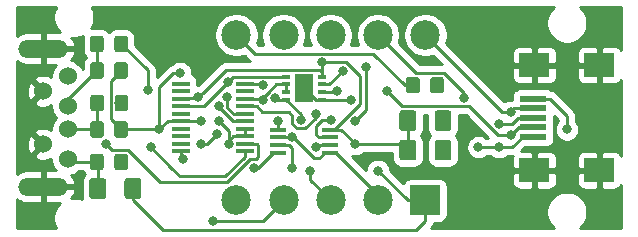
<source format=gbr>
G04 #@! TF.GenerationSoftware,KiCad,Pcbnew,(5.1.0)-1*
G04 #@! TF.CreationDate,2022-11-08T17:01:55+01:00*
G04 #@! TF.ProjectId,USB - UART,55534220-2d20-4554-9152-542e6b696361,rev?*
G04 #@! TF.SameCoordinates,Original*
G04 #@! TF.FileFunction,Copper,L1,Top*
G04 #@! TF.FilePolarity,Positive*
%FSLAX46Y46*%
G04 Gerber Fmt 4.6, Leading zero omitted, Abs format (unit mm)*
G04 Created by KiCad (PCBNEW (5.1.0)-1) date 2022-11-08 17:01:55*
%MOMM*%
%LPD*%
G04 APERTURE LIST*
%ADD10C,2.500000*%
%ADD11C,0.100000*%
%ADD12C,1.425000*%
%ADD13C,1.150000*%
%ADD14R,2.500000X2.500000*%
%ADD15R,1.526000X0.435000*%
%ADD16R,0.750000X0.350000*%
%ADD17R,1.600000X2.400000*%
%ADD18R,1.400000X0.450000*%
%ADD19R,2.300000X0.500000*%
%ADD20R,2.500000X2.000000*%
%ADD21C,1.524000*%
%ADD22O,4.200000X1.524000*%
%ADD23C,0.800000*%
%ADD24C,0.250000*%
%ADD25C,0.254000*%
G04 APERTURE END LIST*
D10*
X129750000Y-95500000D03*
X133750000Y-95500000D03*
D11*
G36*
X110512004Y-107626204D02*
G01*
X110536273Y-107629804D01*
X110560071Y-107635765D01*
X110583171Y-107644030D01*
X110605349Y-107654520D01*
X110626393Y-107667133D01*
X110646098Y-107681747D01*
X110664277Y-107698223D01*
X110680753Y-107716402D01*
X110695367Y-107736107D01*
X110707980Y-107757151D01*
X110718470Y-107779329D01*
X110726735Y-107802429D01*
X110732696Y-107826227D01*
X110736296Y-107850496D01*
X110737500Y-107875000D01*
X110737500Y-109125000D01*
X110736296Y-109149504D01*
X110732696Y-109173773D01*
X110726735Y-109197571D01*
X110718470Y-109220671D01*
X110707980Y-109242849D01*
X110695367Y-109263893D01*
X110680753Y-109283598D01*
X110664277Y-109301777D01*
X110646098Y-109318253D01*
X110626393Y-109332867D01*
X110605349Y-109345480D01*
X110583171Y-109355970D01*
X110560071Y-109364235D01*
X110536273Y-109370196D01*
X110512004Y-109373796D01*
X110487500Y-109375000D01*
X109562500Y-109375000D01*
X109537996Y-109373796D01*
X109513727Y-109370196D01*
X109489929Y-109364235D01*
X109466829Y-109355970D01*
X109444651Y-109345480D01*
X109423607Y-109332867D01*
X109403902Y-109318253D01*
X109385723Y-109301777D01*
X109369247Y-109283598D01*
X109354633Y-109263893D01*
X109342020Y-109242849D01*
X109331530Y-109220671D01*
X109323265Y-109197571D01*
X109317304Y-109173773D01*
X109313704Y-109149504D01*
X109312500Y-109125000D01*
X109312500Y-107875000D01*
X109313704Y-107850496D01*
X109317304Y-107826227D01*
X109323265Y-107802429D01*
X109331530Y-107779329D01*
X109342020Y-107757151D01*
X109354633Y-107736107D01*
X109369247Y-107716402D01*
X109385723Y-107698223D01*
X109403902Y-107681747D01*
X109423607Y-107667133D01*
X109444651Y-107654520D01*
X109466829Y-107644030D01*
X109489929Y-107635765D01*
X109513727Y-107629804D01*
X109537996Y-107626204D01*
X109562500Y-107625000D01*
X110487500Y-107625000D01*
X110512004Y-107626204D01*
X110512004Y-107626204D01*
G37*
D12*
X110025000Y-108500000D03*
D11*
G36*
X113487004Y-107626204D02*
G01*
X113511273Y-107629804D01*
X113535071Y-107635765D01*
X113558171Y-107644030D01*
X113580349Y-107654520D01*
X113601393Y-107667133D01*
X113621098Y-107681747D01*
X113639277Y-107698223D01*
X113655753Y-107716402D01*
X113670367Y-107736107D01*
X113682980Y-107757151D01*
X113693470Y-107779329D01*
X113701735Y-107802429D01*
X113707696Y-107826227D01*
X113711296Y-107850496D01*
X113712500Y-107875000D01*
X113712500Y-109125000D01*
X113711296Y-109149504D01*
X113707696Y-109173773D01*
X113701735Y-109197571D01*
X113693470Y-109220671D01*
X113682980Y-109242849D01*
X113670367Y-109263893D01*
X113655753Y-109283598D01*
X113639277Y-109301777D01*
X113621098Y-109318253D01*
X113601393Y-109332867D01*
X113580349Y-109345480D01*
X113558171Y-109355970D01*
X113535071Y-109364235D01*
X113511273Y-109370196D01*
X113487004Y-109373796D01*
X113462500Y-109375000D01*
X112537500Y-109375000D01*
X112512996Y-109373796D01*
X112488727Y-109370196D01*
X112464929Y-109364235D01*
X112441829Y-109355970D01*
X112419651Y-109345480D01*
X112398607Y-109332867D01*
X112378902Y-109318253D01*
X112360723Y-109301777D01*
X112344247Y-109283598D01*
X112329633Y-109263893D01*
X112317020Y-109242849D01*
X112306530Y-109220671D01*
X112298265Y-109197571D01*
X112292304Y-109173773D01*
X112288704Y-109149504D01*
X112287500Y-109125000D01*
X112287500Y-107875000D01*
X112288704Y-107850496D01*
X112292304Y-107826227D01*
X112298265Y-107802429D01*
X112306530Y-107779329D01*
X112317020Y-107757151D01*
X112329633Y-107736107D01*
X112344247Y-107716402D01*
X112360723Y-107698223D01*
X112378902Y-107681747D01*
X112398607Y-107667133D01*
X112419651Y-107654520D01*
X112441829Y-107644030D01*
X112464929Y-107635765D01*
X112488727Y-107629804D01*
X112512996Y-107626204D01*
X112537500Y-107625000D01*
X113462500Y-107625000D01*
X113487004Y-107626204D01*
X113487004Y-107626204D01*
G37*
D12*
X113000000Y-108500000D03*
D11*
G36*
X110299505Y-97801204D02*
G01*
X110323773Y-97804804D01*
X110347572Y-97810765D01*
X110370671Y-97819030D01*
X110392850Y-97829520D01*
X110413893Y-97842132D01*
X110433599Y-97856747D01*
X110451777Y-97873223D01*
X110468253Y-97891401D01*
X110482868Y-97911107D01*
X110495480Y-97932150D01*
X110505970Y-97954329D01*
X110514235Y-97977428D01*
X110520196Y-98001227D01*
X110523796Y-98025495D01*
X110525000Y-98049999D01*
X110525000Y-98950001D01*
X110523796Y-98974505D01*
X110520196Y-98998773D01*
X110514235Y-99022572D01*
X110505970Y-99045671D01*
X110495480Y-99067850D01*
X110482868Y-99088893D01*
X110468253Y-99108599D01*
X110451777Y-99126777D01*
X110433599Y-99143253D01*
X110413893Y-99157868D01*
X110392850Y-99170480D01*
X110370671Y-99180970D01*
X110347572Y-99189235D01*
X110323773Y-99195196D01*
X110299505Y-99198796D01*
X110275001Y-99200000D01*
X109624999Y-99200000D01*
X109600495Y-99198796D01*
X109576227Y-99195196D01*
X109552428Y-99189235D01*
X109529329Y-99180970D01*
X109507150Y-99170480D01*
X109486107Y-99157868D01*
X109466401Y-99143253D01*
X109448223Y-99126777D01*
X109431747Y-99108599D01*
X109417132Y-99088893D01*
X109404520Y-99067850D01*
X109394030Y-99045671D01*
X109385765Y-99022572D01*
X109379804Y-98998773D01*
X109376204Y-98974505D01*
X109375000Y-98950001D01*
X109375000Y-98049999D01*
X109376204Y-98025495D01*
X109379804Y-98001227D01*
X109385765Y-97977428D01*
X109394030Y-97954329D01*
X109404520Y-97932150D01*
X109417132Y-97911107D01*
X109431747Y-97891401D01*
X109448223Y-97873223D01*
X109466401Y-97856747D01*
X109486107Y-97842132D01*
X109507150Y-97829520D01*
X109529329Y-97819030D01*
X109552428Y-97810765D01*
X109576227Y-97804804D01*
X109600495Y-97801204D01*
X109624999Y-97800000D01*
X110275001Y-97800000D01*
X110299505Y-97801204D01*
X110299505Y-97801204D01*
G37*
D13*
X109950000Y-98500000D03*
D11*
G36*
X112349505Y-97801204D02*
G01*
X112373773Y-97804804D01*
X112397572Y-97810765D01*
X112420671Y-97819030D01*
X112442850Y-97829520D01*
X112463893Y-97842132D01*
X112483599Y-97856747D01*
X112501777Y-97873223D01*
X112518253Y-97891401D01*
X112532868Y-97911107D01*
X112545480Y-97932150D01*
X112555970Y-97954329D01*
X112564235Y-97977428D01*
X112570196Y-98001227D01*
X112573796Y-98025495D01*
X112575000Y-98049999D01*
X112575000Y-98950001D01*
X112573796Y-98974505D01*
X112570196Y-98998773D01*
X112564235Y-99022572D01*
X112555970Y-99045671D01*
X112545480Y-99067850D01*
X112532868Y-99088893D01*
X112518253Y-99108599D01*
X112501777Y-99126777D01*
X112483599Y-99143253D01*
X112463893Y-99157868D01*
X112442850Y-99170480D01*
X112420671Y-99180970D01*
X112397572Y-99189235D01*
X112373773Y-99195196D01*
X112349505Y-99198796D01*
X112325001Y-99200000D01*
X111674999Y-99200000D01*
X111650495Y-99198796D01*
X111626227Y-99195196D01*
X111602428Y-99189235D01*
X111579329Y-99180970D01*
X111557150Y-99170480D01*
X111536107Y-99157868D01*
X111516401Y-99143253D01*
X111498223Y-99126777D01*
X111481747Y-99108599D01*
X111467132Y-99088893D01*
X111454520Y-99067850D01*
X111444030Y-99045671D01*
X111435765Y-99022572D01*
X111429804Y-98998773D01*
X111426204Y-98974505D01*
X111425000Y-98950001D01*
X111425000Y-98049999D01*
X111426204Y-98025495D01*
X111429804Y-98001227D01*
X111435765Y-97977428D01*
X111444030Y-97954329D01*
X111454520Y-97932150D01*
X111467132Y-97911107D01*
X111481747Y-97891401D01*
X111498223Y-97873223D01*
X111516401Y-97856747D01*
X111536107Y-97842132D01*
X111557150Y-97829520D01*
X111579329Y-97819030D01*
X111602428Y-97810765D01*
X111626227Y-97804804D01*
X111650495Y-97801204D01*
X111674999Y-97800000D01*
X112325001Y-97800000D01*
X112349505Y-97801204D01*
X112349505Y-97801204D01*
G37*
D13*
X112000000Y-98500000D03*
D11*
G36*
X110299505Y-102801204D02*
G01*
X110323773Y-102804804D01*
X110347572Y-102810765D01*
X110370671Y-102819030D01*
X110392850Y-102829520D01*
X110413893Y-102842132D01*
X110433599Y-102856747D01*
X110451777Y-102873223D01*
X110468253Y-102891401D01*
X110482868Y-102911107D01*
X110495480Y-102932150D01*
X110505970Y-102954329D01*
X110514235Y-102977428D01*
X110520196Y-103001227D01*
X110523796Y-103025495D01*
X110525000Y-103049999D01*
X110525000Y-103950001D01*
X110523796Y-103974505D01*
X110520196Y-103998773D01*
X110514235Y-104022572D01*
X110505970Y-104045671D01*
X110495480Y-104067850D01*
X110482868Y-104088893D01*
X110468253Y-104108599D01*
X110451777Y-104126777D01*
X110433599Y-104143253D01*
X110413893Y-104157868D01*
X110392850Y-104170480D01*
X110370671Y-104180970D01*
X110347572Y-104189235D01*
X110323773Y-104195196D01*
X110299505Y-104198796D01*
X110275001Y-104200000D01*
X109624999Y-104200000D01*
X109600495Y-104198796D01*
X109576227Y-104195196D01*
X109552428Y-104189235D01*
X109529329Y-104180970D01*
X109507150Y-104170480D01*
X109486107Y-104157868D01*
X109466401Y-104143253D01*
X109448223Y-104126777D01*
X109431747Y-104108599D01*
X109417132Y-104088893D01*
X109404520Y-104067850D01*
X109394030Y-104045671D01*
X109385765Y-104022572D01*
X109379804Y-103998773D01*
X109376204Y-103974505D01*
X109375000Y-103950001D01*
X109375000Y-103049999D01*
X109376204Y-103025495D01*
X109379804Y-103001227D01*
X109385765Y-102977428D01*
X109394030Y-102954329D01*
X109404520Y-102932150D01*
X109417132Y-102911107D01*
X109431747Y-102891401D01*
X109448223Y-102873223D01*
X109466401Y-102856747D01*
X109486107Y-102842132D01*
X109507150Y-102829520D01*
X109529329Y-102819030D01*
X109552428Y-102810765D01*
X109576227Y-102804804D01*
X109600495Y-102801204D01*
X109624999Y-102800000D01*
X110275001Y-102800000D01*
X110299505Y-102801204D01*
X110299505Y-102801204D01*
G37*
D13*
X109950000Y-103500000D03*
D11*
G36*
X112349505Y-102801204D02*
G01*
X112373773Y-102804804D01*
X112397572Y-102810765D01*
X112420671Y-102819030D01*
X112442850Y-102829520D01*
X112463893Y-102842132D01*
X112483599Y-102856747D01*
X112501777Y-102873223D01*
X112518253Y-102891401D01*
X112532868Y-102911107D01*
X112545480Y-102932150D01*
X112555970Y-102954329D01*
X112564235Y-102977428D01*
X112570196Y-103001227D01*
X112573796Y-103025495D01*
X112575000Y-103049999D01*
X112575000Y-103950001D01*
X112573796Y-103974505D01*
X112570196Y-103998773D01*
X112564235Y-104022572D01*
X112555970Y-104045671D01*
X112545480Y-104067850D01*
X112532868Y-104088893D01*
X112518253Y-104108599D01*
X112501777Y-104126777D01*
X112483599Y-104143253D01*
X112463893Y-104157868D01*
X112442850Y-104170480D01*
X112420671Y-104180970D01*
X112397572Y-104189235D01*
X112373773Y-104195196D01*
X112349505Y-104198796D01*
X112325001Y-104200000D01*
X111674999Y-104200000D01*
X111650495Y-104198796D01*
X111626227Y-104195196D01*
X111602428Y-104189235D01*
X111579329Y-104180970D01*
X111557150Y-104170480D01*
X111536107Y-104157868D01*
X111516401Y-104143253D01*
X111498223Y-104126777D01*
X111481747Y-104108599D01*
X111467132Y-104088893D01*
X111454520Y-104067850D01*
X111444030Y-104045671D01*
X111435765Y-104022572D01*
X111429804Y-103998773D01*
X111426204Y-103974505D01*
X111425000Y-103950001D01*
X111425000Y-103049999D01*
X111426204Y-103025495D01*
X111429804Y-103001227D01*
X111435765Y-102977428D01*
X111444030Y-102954329D01*
X111454520Y-102932150D01*
X111467132Y-102911107D01*
X111481747Y-102891401D01*
X111498223Y-102873223D01*
X111516401Y-102856747D01*
X111536107Y-102842132D01*
X111557150Y-102829520D01*
X111579329Y-102819030D01*
X111602428Y-102810765D01*
X111626227Y-102804804D01*
X111650495Y-102801204D01*
X111674999Y-102800000D01*
X112325001Y-102800000D01*
X112349505Y-102801204D01*
X112349505Y-102801204D01*
G37*
D13*
X112000000Y-103500000D03*
D10*
X137750000Y-95500000D03*
D11*
G36*
X112349505Y-105551204D02*
G01*
X112373773Y-105554804D01*
X112397572Y-105560765D01*
X112420671Y-105569030D01*
X112442850Y-105579520D01*
X112463893Y-105592132D01*
X112483599Y-105606747D01*
X112501777Y-105623223D01*
X112518253Y-105641401D01*
X112532868Y-105661107D01*
X112545480Y-105682150D01*
X112555970Y-105704329D01*
X112564235Y-105727428D01*
X112570196Y-105751227D01*
X112573796Y-105775495D01*
X112575000Y-105799999D01*
X112575000Y-106700001D01*
X112573796Y-106724505D01*
X112570196Y-106748773D01*
X112564235Y-106772572D01*
X112555970Y-106795671D01*
X112545480Y-106817850D01*
X112532868Y-106838893D01*
X112518253Y-106858599D01*
X112501777Y-106876777D01*
X112483599Y-106893253D01*
X112463893Y-106907868D01*
X112442850Y-106920480D01*
X112420671Y-106930970D01*
X112397572Y-106939235D01*
X112373773Y-106945196D01*
X112349505Y-106948796D01*
X112325001Y-106950000D01*
X111674999Y-106950000D01*
X111650495Y-106948796D01*
X111626227Y-106945196D01*
X111602428Y-106939235D01*
X111579329Y-106930970D01*
X111557150Y-106920480D01*
X111536107Y-106907868D01*
X111516401Y-106893253D01*
X111498223Y-106876777D01*
X111481747Y-106858599D01*
X111467132Y-106838893D01*
X111454520Y-106817850D01*
X111444030Y-106795671D01*
X111435765Y-106772572D01*
X111429804Y-106748773D01*
X111426204Y-106724505D01*
X111425000Y-106700001D01*
X111425000Y-105799999D01*
X111426204Y-105775495D01*
X111429804Y-105751227D01*
X111435765Y-105727428D01*
X111444030Y-105704329D01*
X111454520Y-105682150D01*
X111467132Y-105661107D01*
X111481747Y-105641401D01*
X111498223Y-105623223D01*
X111516401Y-105606747D01*
X111536107Y-105592132D01*
X111557150Y-105579520D01*
X111579329Y-105569030D01*
X111602428Y-105560765D01*
X111626227Y-105554804D01*
X111650495Y-105551204D01*
X111674999Y-105550000D01*
X112325001Y-105550000D01*
X112349505Y-105551204D01*
X112349505Y-105551204D01*
G37*
D13*
X112000000Y-106250000D03*
D11*
G36*
X110299505Y-105551204D02*
G01*
X110323773Y-105554804D01*
X110347572Y-105560765D01*
X110370671Y-105569030D01*
X110392850Y-105579520D01*
X110413893Y-105592132D01*
X110433599Y-105606747D01*
X110451777Y-105623223D01*
X110468253Y-105641401D01*
X110482868Y-105661107D01*
X110495480Y-105682150D01*
X110505970Y-105704329D01*
X110514235Y-105727428D01*
X110520196Y-105751227D01*
X110523796Y-105775495D01*
X110525000Y-105799999D01*
X110525000Y-106700001D01*
X110523796Y-106724505D01*
X110520196Y-106748773D01*
X110514235Y-106772572D01*
X110505970Y-106795671D01*
X110495480Y-106817850D01*
X110482868Y-106838893D01*
X110468253Y-106858599D01*
X110451777Y-106876777D01*
X110433599Y-106893253D01*
X110413893Y-106907868D01*
X110392850Y-106920480D01*
X110370671Y-106930970D01*
X110347572Y-106939235D01*
X110323773Y-106945196D01*
X110299505Y-106948796D01*
X110275001Y-106950000D01*
X109624999Y-106950000D01*
X109600495Y-106948796D01*
X109576227Y-106945196D01*
X109552428Y-106939235D01*
X109529329Y-106930970D01*
X109507150Y-106920480D01*
X109486107Y-106907868D01*
X109466401Y-106893253D01*
X109448223Y-106876777D01*
X109431747Y-106858599D01*
X109417132Y-106838893D01*
X109404520Y-106817850D01*
X109394030Y-106795671D01*
X109385765Y-106772572D01*
X109379804Y-106748773D01*
X109376204Y-106724505D01*
X109375000Y-106700001D01*
X109375000Y-105799999D01*
X109376204Y-105775495D01*
X109379804Y-105751227D01*
X109385765Y-105727428D01*
X109394030Y-105704329D01*
X109404520Y-105682150D01*
X109417132Y-105661107D01*
X109431747Y-105641401D01*
X109448223Y-105623223D01*
X109466401Y-105606747D01*
X109486107Y-105592132D01*
X109507150Y-105579520D01*
X109529329Y-105569030D01*
X109552428Y-105560765D01*
X109576227Y-105554804D01*
X109600495Y-105551204D01*
X109624999Y-105550000D01*
X110275001Y-105550000D01*
X110299505Y-105551204D01*
X110299505Y-105551204D01*
G37*
D13*
X109950000Y-106250000D03*
D14*
X137750000Y-109500000D03*
D15*
X117038000Y-99642000D03*
X117038000Y-100278000D03*
X117038000Y-100912000D03*
X117038000Y-101548000D03*
X117038000Y-102182000D03*
X117038000Y-102818000D03*
X117038000Y-103452000D03*
X117038000Y-104088000D03*
X117038000Y-104722000D03*
X117038000Y-105358000D03*
X122462000Y-105358000D03*
X122462000Y-104722000D03*
X122462000Y-104088000D03*
X122462000Y-103452000D03*
X122462000Y-102818000D03*
X122462000Y-102182000D03*
X122462000Y-101548000D03*
X122462000Y-100912000D03*
X122462000Y-100278000D03*
X122462000Y-99642000D03*
D16*
X126000000Y-99025000D03*
X126000000Y-99675000D03*
X126000000Y-100325000D03*
X126000000Y-100975000D03*
X129000000Y-100975000D03*
X129000000Y-100325000D03*
X129000000Y-99675000D03*
X129000000Y-99025000D03*
D17*
X127500000Y-100000000D03*
D18*
X125300000Y-103525000D03*
X125300000Y-104175000D03*
X125300000Y-104825000D03*
X125300000Y-105475000D03*
X129700000Y-105475000D03*
X129700000Y-104825000D03*
X129700000Y-104175000D03*
X129700000Y-103525000D03*
D10*
X121750000Y-109500000D03*
D19*
X146900000Y-104100000D03*
X146900000Y-103300000D03*
X146900000Y-102500000D03*
X146900000Y-101700000D03*
X146900000Y-100900000D03*
D20*
X147000000Y-106950000D03*
X147000000Y-98050000D03*
X152500000Y-98050000D03*
X152500000Y-106950000D03*
D11*
G36*
X139099505Y-99051204D02*
G01*
X139123773Y-99054804D01*
X139147572Y-99060765D01*
X139170671Y-99069030D01*
X139192850Y-99079520D01*
X139213893Y-99092132D01*
X139233599Y-99106747D01*
X139251777Y-99123223D01*
X139268253Y-99141401D01*
X139282868Y-99161107D01*
X139295480Y-99182150D01*
X139305970Y-99204329D01*
X139314235Y-99227428D01*
X139320196Y-99251227D01*
X139323796Y-99275495D01*
X139325000Y-99299999D01*
X139325000Y-100200001D01*
X139323796Y-100224505D01*
X139320196Y-100248773D01*
X139314235Y-100272572D01*
X139305970Y-100295671D01*
X139295480Y-100317850D01*
X139282868Y-100338893D01*
X139268253Y-100358599D01*
X139251777Y-100376777D01*
X139233599Y-100393253D01*
X139213893Y-100407868D01*
X139192850Y-100420480D01*
X139170671Y-100430970D01*
X139147572Y-100439235D01*
X139123773Y-100445196D01*
X139099505Y-100448796D01*
X139075001Y-100450000D01*
X138424999Y-100450000D01*
X138400495Y-100448796D01*
X138376227Y-100445196D01*
X138352428Y-100439235D01*
X138329329Y-100430970D01*
X138307150Y-100420480D01*
X138286107Y-100407868D01*
X138266401Y-100393253D01*
X138248223Y-100376777D01*
X138231747Y-100358599D01*
X138217132Y-100338893D01*
X138204520Y-100317850D01*
X138194030Y-100295671D01*
X138185765Y-100272572D01*
X138179804Y-100248773D01*
X138176204Y-100224505D01*
X138175000Y-100200001D01*
X138175000Y-99299999D01*
X138176204Y-99275495D01*
X138179804Y-99251227D01*
X138185765Y-99227428D01*
X138194030Y-99204329D01*
X138204520Y-99182150D01*
X138217132Y-99161107D01*
X138231747Y-99141401D01*
X138248223Y-99123223D01*
X138266401Y-99106747D01*
X138286107Y-99092132D01*
X138307150Y-99079520D01*
X138329329Y-99069030D01*
X138352428Y-99060765D01*
X138376227Y-99054804D01*
X138400495Y-99051204D01*
X138424999Y-99050000D01*
X139075001Y-99050000D01*
X139099505Y-99051204D01*
X139099505Y-99051204D01*
G37*
D13*
X138750000Y-99750000D03*
D11*
G36*
X137049505Y-99051204D02*
G01*
X137073773Y-99054804D01*
X137097572Y-99060765D01*
X137120671Y-99069030D01*
X137142850Y-99079520D01*
X137163893Y-99092132D01*
X137183599Y-99106747D01*
X137201777Y-99123223D01*
X137218253Y-99141401D01*
X137232868Y-99161107D01*
X137245480Y-99182150D01*
X137255970Y-99204329D01*
X137264235Y-99227428D01*
X137270196Y-99251227D01*
X137273796Y-99275495D01*
X137275000Y-99299999D01*
X137275000Y-100200001D01*
X137273796Y-100224505D01*
X137270196Y-100248773D01*
X137264235Y-100272572D01*
X137255970Y-100295671D01*
X137245480Y-100317850D01*
X137232868Y-100338893D01*
X137218253Y-100358599D01*
X137201777Y-100376777D01*
X137183599Y-100393253D01*
X137163893Y-100407868D01*
X137142850Y-100420480D01*
X137120671Y-100430970D01*
X137097572Y-100439235D01*
X137073773Y-100445196D01*
X137049505Y-100448796D01*
X137025001Y-100450000D01*
X136374999Y-100450000D01*
X136350495Y-100448796D01*
X136326227Y-100445196D01*
X136302428Y-100439235D01*
X136279329Y-100430970D01*
X136257150Y-100420480D01*
X136236107Y-100407868D01*
X136216401Y-100393253D01*
X136198223Y-100376777D01*
X136181747Y-100358599D01*
X136167132Y-100338893D01*
X136154520Y-100317850D01*
X136144030Y-100295671D01*
X136135765Y-100272572D01*
X136129804Y-100248773D01*
X136126204Y-100224505D01*
X136125000Y-100200001D01*
X136125000Y-99299999D01*
X136126204Y-99275495D01*
X136129804Y-99251227D01*
X136135765Y-99227428D01*
X136144030Y-99204329D01*
X136154520Y-99182150D01*
X136167132Y-99161107D01*
X136181747Y-99141401D01*
X136198223Y-99123223D01*
X136216401Y-99106747D01*
X136236107Y-99092132D01*
X136257150Y-99079520D01*
X136279329Y-99069030D01*
X136302428Y-99060765D01*
X136326227Y-99054804D01*
X136350495Y-99051204D01*
X136374999Y-99050000D01*
X137025001Y-99050000D01*
X137049505Y-99051204D01*
X137049505Y-99051204D01*
G37*
D13*
X136700000Y-99750000D03*
D11*
G36*
X139737004Y-101876204D02*
G01*
X139761273Y-101879804D01*
X139785071Y-101885765D01*
X139808171Y-101894030D01*
X139830349Y-101904520D01*
X139851393Y-101917133D01*
X139871098Y-101931747D01*
X139889277Y-101948223D01*
X139905753Y-101966402D01*
X139920367Y-101986107D01*
X139932980Y-102007151D01*
X139943470Y-102029329D01*
X139951735Y-102052429D01*
X139957696Y-102076227D01*
X139961296Y-102100496D01*
X139962500Y-102125000D01*
X139962500Y-103375000D01*
X139961296Y-103399504D01*
X139957696Y-103423773D01*
X139951735Y-103447571D01*
X139943470Y-103470671D01*
X139932980Y-103492849D01*
X139920367Y-103513893D01*
X139905753Y-103533598D01*
X139889277Y-103551777D01*
X139871098Y-103568253D01*
X139851393Y-103582867D01*
X139830349Y-103595480D01*
X139808171Y-103605970D01*
X139785071Y-103614235D01*
X139761273Y-103620196D01*
X139737004Y-103623796D01*
X139712500Y-103625000D01*
X138787500Y-103625000D01*
X138762996Y-103623796D01*
X138738727Y-103620196D01*
X138714929Y-103614235D01*
X138691829Y-103605970D01*
X138669651Y-103595480D01*
X138648607Y-103582867D01*
X138628902Y-103568253D01*
X138610723Y-103551777D01*
X138594247Y-103533598D01*
X138579633Y-103513893D01*
X138567020Y-103492849D01*
X138556530Y-103470671D01*
X138548265Y-103447571D01*
X138542304Y-103423773D01*
X138538704Y-103399504D01*
X138537500Y-103375000D01*
X138537500Y-102125000D01*
X138538704Y-102100496D01*
X138542304Y-102076227D01*
X138548265Y-102052429D01*
X138556530Y-102029329D01*
X138567020Y-102007151D01*
X138579633Y-101986107D01*
X138594247Y-101966402D01*
X138610723Y-101948223D01*
X138628902Y-101931747D01*
X138648607Y-101917133D01*
X138669651Y-101904520D01*
X138691829Y-101894030D01*
X138714929Y-101885765D01*
X138738727Y-101879804D01*
X138762996Y-101876204D01*
X138787500Y-101875000D01*
X139712500Y-101875000D01*
X139737004Y-101876204D01*
X139737004Y-101876204D01*
G37*
D12*
X139250000Y-102750000D03*
D11*
G36*
X136762004Y-101876204D02*
G01*
X136786273Y-101879804D01*
X136810071Y-101885765D01*
X136833171Y-101894030D01*
X136855349Y-101904520D01*
X136876393Y-101917133D01*
X136896098Y-101931747D01*
X136914277Y-101948223D01*
X136930753Y-101966402D01*
X136945367Y-101986107D01*
X136957980Y-102007151D01*
X136968470Y-102029329D01*
X136976735Y-102052429D01*
X136982696Y-102076227D01*
X136986296Y-102100496D01*
X136987500Y-102125000D01*
X136987500Y-103375000D01*
X136986296Y-103399504D01*
X136982696Y-103423773D01*
X136976735Y-103447571D01*
X136968470Y-103470671D01*
X136957980Y-103492849D01*
X136945367Y-103513893D01*
X136930753Y-103533598D01*
X136914277Y-103551777D01*
X136896098Y-103568253D01*
X136876393Y-103582867D01*
X136855349Y-103595480D01*
X136833171Y-103605970D01*
X136810071Y-103614235D01*
X136786273Y-103620196D01*
X136762004Y-103623796D01*
X136737500Y-103625000D01*
X135812500Y-103625000D01*
X135787996Y-103623796D01*
X135763727Y-103620196D01*
X135739929Y-103614235D01*
X135716829Y-103605970D01*
X135694651Y-103595480D01*
X135673607Y-103582867D01*
X135653902Y-103568253D01*
X135635723Y-103551777D01*
X135619247Y-103533598D01*
X135604633Y-103513893D01*
X135592020Y-103492849D01*
X135581530Y-103470671D01*
X135573265Y-103447571D01*
X135567304Y-103423773D01*
X135563704Y-103399504D01*
X135562500Y-103375000D01*
X135562500Y-102125000D01*
X135563704Y-102100496D01*
X135567304Y-102076227D01*
X135573265Y-102052429D01*
X135581530Y-102029329D01*
X135592020Y-102007151D01*
X135604633Y-101986107D01*
X135619247Y-101966402D01*
X135635723Y-101948223D01*
X135653902Y-101931747D01*
X135673607Y-101917133D01*
X135694651Y-101904520D01*
X135716829Y-101894030D01*
X135739929Y-101885765D01*
X135763727Y-101879804D01*
X135787996Y-101876204D01*
X135812500Y-101875000D01*
X136737500Y-101875000D01*
X136762004Y-101876204D01*
X136762004Y-101876204D01*
G37*
D12*
X136275000Y-102750000D03*
D11*
G36*
X136762004Y-104376204D02*
G01*
X136786273Y-104379804D01*
X136810071Y-104385765D01*
X136833171Y-104394030D01*
X136855349Y-104404520D01*
X136876393Y-104417133D01*
X136896098Y-104431747D01*
X136914277Y-104448223D01*
X136930753Y-104466402D01*
X136945367Y-104486107D01*
X136957980Y-104507151D01*
X136968470Y-104529329D01*
X136976735Y-104552429D01*
X136982696Y-104576227D01*
X136986296Y-104600496D01*
X136987500Y-104625000D01*
X136987500Y-105875000D01*
X136986296Y-105899504D01*
X136982696Y-105923773D01*
X136976735Y-105947571D01*
X136968470Y-105970671D01*
X136957980Y-105992849D01*
X136945367Y-106013893D01*
X136930753Y-106033598D01*
X136914277Y-106051777D01*
X136896098Y-106068253D01*
X136876393Y-106082867D01*
X136855349Y-106095480D01*
X136833171Y-106105970D01*
X136810071Y-106114235D01*
X136786273Y-106120196D01*
X136762004Y-106123796D01*
X136737500Y-106125000D01*
X135812500Y-106125000D01*
X135787996Y-106123796D01*
X135763727Y-106120196D01*
X135739929Y-106114235D01*
X135716829Y-106105970D01*
X135694651Y-106095480D01*
X135673607Y-106082867D01*
X135653902Y-106068253D01*
X135635723Y-106051777D01*
X135619247Y-106033598D01*
X135604633Y-106013893D01*
X135592020Y-105992849D01*
X135581530Y-105970671D01*
X135573265Y-105947571D01*
X135567304Y-105923773D01*
X135563704Y-105899504D01*
X135562500Y-105875000D01*
X135562500Y-104625000D01*
X135563704Y-104600496D01*
X135567304Y-104576227D01*
X135573265Y-104552429D01*
X135581530Y-104529329D01*
X135592020Y-104507151D01*
X135604633Y-104486107D01*
X135619247Y-104466402D01*
X135635723Y-104448223D01*
X135653902Y-104431747D01*
X135673607Y-104417133D01*
X135694651Y-104404520D01*
X135716829Y-104394030D01*
X135739929Y-104385765D01*
X135763727Y-104379804D01*
X135787996Y-104376204D01*
X135812500Y-104375000D01*
X136737500Y-104375000D01*
X136762004Y-104376204D01*
X136762004Y-104376204D01*
G37*
D12*
X136275000Y-105250000D03*
D11*
G36*
X139737004Y-104376204D02*
G01*
X139761273Y-104379804D01*
X139785071Y-104385765D01*
X139808171Y-104394030D01*
X139830349Y-104404520D01*
X139851393Y-104417133D01*
X139871098Y-104431747D01*
X139889277Y-104448223D01*
X139905753Y-104466402D01*
X139920367Y-104486107D01*
X139932980Y-104507151D01*
X139943470Y-104529329D01*
X139951735Y-104552429D01*
X139957696Y-104576227D01*
X139961296Y-104600496D01*
X139962500Y-104625000D01*
X139962500Y-105875000D01*
X139961296Y-105899504D01*
X139957696Y-105923773D01*
X139951735Y-105947571D01*
X139943470Y-105970671D01*
X139932980Y-105992849D01*
X139920367Y-106013893D01*
X139905753Y-106033598D01*
X139889277Y-106051777D01*
X139871098Y-106068253D01*
X139851393Y-106082867D01*
X139830349Y-106095480D01*
X139808171Y-106105970D01*
X139785071Y-106114235D01*
X139761273Y-106120196D01*
X139737004Y-106123796D01*
X139712500Y-106125000D01*
X138787500Y-106125000D01*
X138762996Y-106123796D01*
X138738727Y-106120196D01*
X138714929Y-106114235D01*
X138691829Y-106105970D01*
X138669651Y-106095480D01*
X138648607Y-106082867D01*
X138628902Y-106068253D01*
X138610723Y-106051777D01*
X138594247Y-106033598D01*
X138579633Y-106013893D01*
X138567020Y-105992849D01*
X138556530Y-105970671D01*
X138548265Y-105947571D01*
X138542304Y-105923773D01*
X138538704Y-105899504D01*
X138537500Y-105875000D01*
X138537500Y-104625000D01*
X138538704Y-104600496D01*
X138542304Y-104576227D01*
X138548265Y-104552429D01*
X138556530Y-104529329D01*
X138567020Y-104507151D01*
X138579633Y-104486107D01*
X138594247Y-104466402D01*
X138610723Y-104448223D01*
X138628902Y-104431747D01*
X138648607Y-104417133D01*
X138669651Y-104404520D01*
X138691829Y-104394030D01*
X138714929Y-104385765D01*
X138738727Y-104379804D01*
X138762996Y-104376204D01*
X138787500Y-104375000D01*
X139712500Y-104375000D01*
X139737004Y-104376204D01*
X139737004Y-104376204D01*
G37*
D12*
X139250000Y-105250000D03*
D10*
X121750000Y-95500000D03*
X125750000Y-95500000D03*
D11*
G36*
X112349505Y-95551204D02*
G01*
X112373773Y-95554804D01*
X112397572Y-95560765D01*
X112420671Y-95569030D01*
X112442850Y-95579520D01*
X112463893Y-95592132D01*
X112483599Y-95606747D01*
X112501777Y-95623223D01*
X112518253Y-95641401D01*
X112532868Y-95661107D01*
X112545480Y-95682150D01*
X112555970Y-95704329D01*
X112564235Y-95727428D01*
X112570196Y-95751227D01*
X112573796Y-95775495D01*
X112575000Y-95799999D01*
X112575000Y-96700001D01*
X112573796Y-96724505D01*
X112570196Y-96748773D01*
X112564235Y-96772572D01*
X112555970Y-96795671D01*
X112545480Y-96817850D01*
X112532868Y-96838893D01*
X112518253Y-96858599D01*
X112501777Y-96876777D01*
X112483599Y-96893253D01*
X112463893Y-96907868D01*
X112442850Y-96920480D01*
X112420671Y-96930970D01*
X112397572Y-96939235D01*
X112373773Y-96945196D01*
X112349505Y-96948796D01*
X112325001Y-96950000D01*
X111674999Y-96950000D01*
X111650495Y-96948796D01*
X111626227Y-96945196D01*
X111602428Y-96939235D01*
X111579329Y-96930970D01*
X111557150Y-96920480D01*
X111536107Y-96907868D01*
X111516401Y-96893253D01*
X111498223Y-96876777D01*
X111481747Y-96858599D01*
X111467132Y-96838893D01*
X111454520Y-96817850D01*
X111444030Y-96795671D01*
X111435765Y-96772572D01*
X111429804Y-96748773D01*
X111426204Y-96724505D01*
X111425000Y-96700001D01*
X111425000Y-95799999D01*
X111426204Y-95775495D01*
X111429804Y-95751227D01*
X111435765Y-95727428D01*
X111444030Y-95704329D01*
X111454520Y-95682150D01*
X111467132Y-95661107D01*
X111481747Y-95641401D01*
X111498223Y-95623223D01*
X111516401Y-95606747D01*
X111536107Y-95592132D01*
X111557150Y-95579520D01*
X111579329Y-95569030D01*
X111602428Y-95560765D01*
X111626227Y-95554804D01*
X111650495Y-95551204D01*
X111674999Y-95550000D01*
X112325001Y-95550000D01*
X112349505Y-95551204D01*
X112349505Y-95551204D01*
G37*
D13*
X112000000Y-96250000D03*
D11*
G36*
X110299505Y-95551204D02*
G01*
X110323773Y-95554804D01*
X110347572Y-95560765D01*
X110370671Y-95569030D01*
X110392850Y-95579520D01*
X110413893Y-95592132D01*
X110433599Y-95606747D01*
X110451777Y-95623223D01*
X110468253Y-95641401D01*
X110482868Y-95661107D01*
X110495480Y-95682150D01*
X110505970Y-95704329D01*
X110514235Y-95727428D01*
X110520196Y-95751227D01*
X110523796Y-95775495D01*
X110525000Y-95799999D01*
X110525000Y-96700001D01*
X110523796Y-96724505D01*
X110520196Y-96748773D01*
X110514235Y-96772572D01*
X110505970Y-96795671D01*
X110495480Y-96817850D01*
X110482868Y-96838893D01*
X110468253Y-96858599D01*
X110451777Y-96876777D01*
X110433599Y-96893253D01*
X110413893Y-96907868D01*
X110392850Y-96920480D01*
X110370671Y-96930970D01*
X110347572Y-96939235D01*
X110323773Y-96945196D01*
X110299505Y-96948796D01*
X110275001Y-96950000D01*
X109624999Y-96950000D01*
X109600495Y-96948796D01*
X109576227Y-96945196D01*
X109552428Y-96939235D01*
X109529329Y-96930970D01*
X109507150Y-96920480D01*
X109486107Y-96907868D01*
X109466401Y-96893253D01*
X109448223Y-96876777D01*
X109431747Y-96858599D01*
X109417132Y-96838893D01*
X109404520Y-96817850D01*
X109394030Y-96795671D01*
X109385765Y-96772572D01*
X109379804Y-96748773D01*
X109376204Y-96724505D01*
X109375000Y-96700001D01*
X109375000Y-95799999D01*
X109376204Y-95775495D01*
X109379804Y-95751227D01*
X109385765Y-95727428D01*
X109394030Y-95704329D01*
X109404520Y-95682150D01*
X109417132Y-95661107D01*
X109431747Y-95641401D01*
X109448223Y-95623223D01*
X109466401Y-95606747D01*
X109486107Y-95592132D01*
X109507150Y-95579520D01*
X109529329Y-95569030D01*
X109552428Y-95560765D01*
X109576227Y-95554804D01*
X109600495Y-95551204D01*
X109624999Y-95550000D01*
X110275001Y-95550000D01*
X110299505Y-95551204D01*
X110299505Y-95551204D01*
G37*
D13*
X109950000Y-96250000D03*
D11*
G36*
X110324505Y-100551204D02*
G01*
X110348773Y-100554804D01*
X110372572Y-100560765D01*
X110395671Y-100569030D01*
X110417850Y-100579520D01*
X110438893Y-100592132D01*
X110458599Y-100606747D01*
X110476777Y-100623223D01*
X110493253Y-100641401D01*
X110507868Y-100661107D01*
X110520480Y-100682150D01*
X110530970Y-100704329D01*
X110539235Y-100727428D01*
X110545196Y-100751227D01*
X110548796Y-100775495D01*
X110550000Y-100799999D01*
X110550000Y-101700001D01*
X110548796Y-101724505D01*
X110545196Y-101748773D01*
X110539235Y-101772572D01*
X110530970Y-101795671D01*
X110520480Y-101817850D01*
X110507868Y-101838893D01*
X110493253Y-101858599D01*
X110476777Y-101876777D01*
X110458599Y-101893253D01*
X110438893Y-101907868D01*
X110417850Y-101920480D01*
X110395671Y-101930970D01*
X110372572Y-101939235D01*
X110348773Y-101945196D01*
X110324505Y-101948796D01*
X110300001Y-101950000D01*
X109649999Y-101950000D01*
X109625495Y-101948796D01*
X109601227Y-101945196D01*
X109577428Y-101939235D01*
X109554329Y-101930970D01*
X109532150Y-101920480D01*
X109511107Y-101907868D01*
X109491401Y-101893253D01*
X109473223Y-101876777D01*
X109456747Y-101858599D01*
X109442132Y-101838893D01*
X109429520Y-101817850D01*
X109419030Y-101795671D01*
X109410765Y-101772572D01*
X109404804Y-101748773D01*
X109401204Y-101724505D01*
X109400000Y-101700001D01*
X109400000Y-100799999D01*
X109401204Y-100775495D01*
X109404804Y-100751227D01*
X109410765Y-100727428D01*
X109419030Y-100704329D01*
X109429520Y-100682150D01*
X109442132Y-100661107D01*
X109456747Y-100641401D01*
X109473223Y-100623223D01*
X109491401Y-100606747D01*
X109511107Y-100592132D01*
X109532150Y-100579520D01*
X109554329Y-100569030D01*
X109577428Y-100560765D01*
X109601227Y-100554804D01*
X109625495Y-100551204D01*
X109649999Y-100550000D01*
X110300001Y-100550000D01*
X110324505Y-100551204D01*
X110324505Y-100551204D01*
G37*
D13*
X109975000Y-101250000D03*
D11*
G36*
X112374505Y-100551204D02*
G01*
X112398773Y-100554804D01*
X112422572Y-100560765D01*
X112445671Y-100569030D01*
X112467850Y-100579520D01*
X112488893Y-100592132D01*
X112508599Y-100606747D01*
X112526777Y-100623223D01*
X112543253Y-100641401D01*
X112557868Y-100661107D01*
X112570480Y-100682150D01*
X112580970Y-100704329D01*
X112589235Y-100727428D01*
X112595196Y-100751227D01*
X112598796Y-100775495D01*
X112600000Y-100799999D01*
X112600000Y-101700001D01*
X112598796Y-101724505D01*
X112595196Y-101748773D01*
X112589235Y-101772572D01*
X112580970Y-101795671D01*
X112570480Y-101817850D01*
X112557868Y-101838893D01*
X112543253Y-101858599D01*
X112526777Y-101876777D01*
X112508599Y-101893253D01*
X112488893Y-101907868D01*
X112467850Y-101920480D01*
X112445671Y-101930970D01*
X112422572Y-101939235D01*
X112398773Y-101945196D01*
X112374505Y-101948796D01*
X112350001Y-101950000D01*
X111699999Y-101950000D01*
X111675495Y-101948796D01*
X111651227Y-101945196D01*
X111627428Y-101939235D01*
X111604329Y-101930970D01*
X111582150Y-101920480D01*
X111561107Y-101907868D01*
X111541401Y-101893253D01*
X111523223Y-101876777D01*
X111506747Y-101858599D01*
X111492132Y-101838893D01*
X111479520Y-101817850D01*
X111469030Y-101795671D01*
X111460765Y-101772572D01*
X111454804Y-101748773D01*
X111451204Y-101724505D01*
X111450000Y-101700001D01*
X111450000Y-100799999D01*
X111451204Y-100775495D01*
X111454804Y-100751227D01*
X111460765Y-100727428D01*
X111469030Y-100704329D01*
X111479520Y-100682150D01*
X111492132Y-100661107D01*
X111506747Y-100641401D01*
X111523223Y-100623223D01*
X111541401Y-100606747D01*
X111561107Y-100592132D01*
X111582150Y-100579520D01*
X111604329Y-100569030D01*
X111627428Y-100560765D01*
X111651227Y-100554804D01*
X111675495Y-100551204D01*
X111699999Y-100550000D01*
X112350001Y-100550000D01*
X112374505Y-100551204D01*
X112374505Y-100551204D01*
G37*
D13*
X112025000Y-101250000D03*
D10*
X125750000Y-109500000D03*
X133750000Y-109500000D03*
X129750000Y-109500000D03*
D21*
X107500000Y-101500000D03*
X107500000Y-103500000D03*
X107500000Y-99000000D03*
X107500000Y-106000000D03*
X105400000Y-100250000D03*
X105400000Y-104750000D03*
D22*
X105400000Y-108350000D03*
X105400000Y-96650000D03*
D23*
X145000000Y-104000000D03*
X130250000Y-100250000D03*
X134500000Y-100250000D03*
X144000000Y-105000000D03*
X130749848Y-98525153D03*
X141000000Y-100824990D03*
X142250000Y-105000000D03*
X113000000Y-108500000D03*
X112000000Y-98500000D03*
X115250000Y-103500000D03*
X118750000Y-102750000D03*
X123225000Y-106750000D03*
X121000000Y-100750000D03*
X117000000Y-98736998D03*
X127500000Y-100000000D03*
X133750000Y-107000000D03*
X131500000Y-100999990D03*
X120250000Y-102750000D03*
X131800000Y-104750000D03*
X121098998Y-104746754D03*
X129000000Y-97800001D03*
X118541744Y-100791744D03*
X112000000Y-106250000D03*
X120250000Y-101500000D03*
X145000000Y-102000000D03*
X131824149Y-102774149D03*
X132750000Y-98250000D03*
X149750000Y-103500000D03*
X140750000Y-107500000D03*
X119000000Y-97250000D03*
X114250000Y-94500000D03*
X121019249Y-99519249D03*
X119750000Y-111250000D03*
X117250000Y-106025000D03*
X114500000Y-105000000D03*
X114250000Y-100186999D03*
X110750000Y-104750000D03*
X112025000Y-101250000D03*
X128467893Y-102221800D03*
X126500001Y-104144467D03*
X124000000Y-101000000D03*
X127988174Y-107013480D03*
X127225001Y-102668164D03*
X125049154Y-100799154D03*
X124000000Y-99750000D03*
X125250000Y-102750000D03*
X126500000Y-106750000D03*
X128463342Y-104981671D03*
X129750000Y-102699998D03*
X144000000Y-103000000D03*
X118750000Y-104750000D03*
X120121359Y-103878641D03*
X138750000Y-99750000D03*
X139250000Y-102750000D03*
X139250000Y-105250000D03*
D24*
X146900000Y-103300000D02*
X145700000Y-103300000D01*
X145700000Y-103300000D02*
X145000000Y-104000000D01*
X129000000Y-100325000D02*
X130175000Y-100325000D01*
X130175000Y-100325000D02*
X130250000Y-100250000D01*
X144434315Y-104000000D02*
X145000000Y-104000000D01*
X143926998Y-104000000D02*
X144434315Y-104000000D01*
X141476988Y-101549990D02*
X143926998Y-104000000D01*
X135799990Y-101549990D02*
X141476988Y-101549990D01*
X134500000Y-100250000D02*
X135799990Y-101549990D01*
X145100000Y-105000000D02*
X144000000Y-105000000D01*
X146000000Y-104100000D02*
X145100000Y-105000000D01*
X146900000Y-104100000D02*
X146000000Y-104100000D01*
X129000000Y-99675000D02*
X129600001Y-99675000D01*
X129600001Y-99675000D02*
X130749848Y-98525153D01*
X141000000Y-100411810D02*
X141000000Y-100824990D01*
X139313180Y-98724990D02*
X141000000Y-100411810D01*
X133750000Y-95500000D02*
X136974990Y-98724990D01*
X136974990Y-98724990D02*
X139313180Y-98724990D01*
X142250000Y-105000000D02*
X144000000Y-105000000D01*
X110025000Y-106325000D02*
X109950000Y-106250000D01*
X110025000Y-108500000D02*
X110025000Y-106325000D01*
X107750000Y-106250000D02*
X107500000Y-106000000D01*
X109950000Y-106250000D02*
X107750000Y-106250000D01*
X111376628Y-99123372D02*
X112000000Y-98500000D01*
X111124990Y-99375010D02*
X111376628Y-99123372D01*
X111124990Y-102624990D02*
X111124990Y-99375010D01*
X112000000Y-103500000D02*
X111124990Y-102624990D01*
X112000000Y-103500000D02*
X115250000Y-103500000D01*
X115932000Y-102818000D02*
X115250000Y-103500000D01*
X117038000Y-102818000D02*
X115932000Y-102818000D01*
X117038000Y-102818000D02*
X118682000Y-102818000D01*
X118682000Y-102818000D02*
X118750000Y-102750000D01*
X128475000Y-100975000D02*
X129000000Y-100975000D01*
X127500000Y-100000000D02*
X128475000Y-100975000D01*
X123550000Y-106750000D02*
X123225000Y-106750000D01*
X124825000Y-105475000D02*
X123550000Y-106750000D01*
X125300000Y-105475000D02*
X124825000Y-105475000D01*
X121000000Y-101651502D02*
X121000000Y-100750000D01*
X122462000Y-102182000D02*
X121530498Y-102182000D01*
X121530498Y-102182000D02*
X121000000Y-101651502D01*
X115250000Y-99921313D02*
X115250000Y-103500000D01*
X117000000Y-98736998D02*
X116434315Y-98736998D01*
X116434315Y-98736998D02*
X115250000Y-99921313D01*
X129025000Y-101000000D02*
X129000000Y-100975000D01*
X133750000Y-107000000D02*
X136250000Y-109500000D01*
X129000000Y-100975000D02*
X131475010Y-100975000D01*
X131475010Y-100975000D02*
X131500000Y-100999990D01*
X113000000Y-109475000D02*
X115525000Y-112000000D01*
X113000000Y-108500000D02*
X113000000Y-109475000D01*
X136250000Y-109500000D02*
X137750000Y-109500000D01*
X115525000Y-112000000D02*
X137000000Y-112000000D01*
X137750000Y-111250000D02*
X137750000Y-109500000D01*
X137000000Y-112000000D02*
X137750000Y-111250000D01*
X122462000Y-103452000D02*
X122462000Y-104088000D01*
X117127000Y-100823000D02*
X117038000Y-100912000D01*
X118510488Y-100823000D02*
X117127000Y-100823000D01*
X118910487Y-100423001D02*
X118541744Y-100791744D01*
X120858489Y-98474999D02*
X118910487Y-100423001D01*
X128874999Y-98474999D02*
X120858489Y-98474999D01*
X129000000Y-98600000D02*
X128874999Y-98474999D01*
X129000000Y-99025000D02*
X129000000Y-98600000D01*
X130175000Y-103525000D02*
X129700000Y-103525000D01*
X131800000Y-104675000D02*
X131800000Y-104750000D01*
X130650000Y-103525000D02*
X131800000Y-104675000D01*
X129700000Y-103525000D02*
X130650000Y-103525000D01*
X135775000Y-104750000D02*
X136275000Y-105250000D01*
X131800000Y-104750000D02*
X135775000Y-104750000D01*
X136275000Y-102750000D02*
X136275000Y-105250000D01*
X121098998Y-104438002D02*
X121098998Y-104746754D01*
X122462000Y-104088000D02*
X121449000Y-104088000D01*
X121449000Y-104088000D02*
X121098998Y-104438002D01*
X129000000Y-99025000D02*
X129000000Y-97800001D01*
X121098998Y-103598998D02*
X120250000Y-102750000D01*
X121098998Y-104746754D02*
X121098998Y-103598998D01*
X118541744Y-100791744D02*
X118510488Y-100823000D01*
X131050001Y-97800001D02*
X129000000Y-97800001D01*
X132250000Y-99000000D02*
X131050001Y-97800001D01*
X130047992Y-103525000D02*
X132250000Y-101322992D01*
X129700000Y-103525000D02*
X130047992Y-103525000D01*
X132250000Y-101250000D02*
X132250000Y-99000000D01*
X122999999Y-96749999D02*
X121750000Y-95500000D01*
X123325001Y-97075001D02*
X122999999Y-96749999D01*
X133350001Y-97075001D02*
X123325001Y-97075001D01*
X136025000Y-99750000D02*
X133350001Y-97075001D01*
X136700000Y-99750000D02*
X136025000Y-99750000D01*
X120250000Y-101619000D02*
X120250000Y-101500000D01*
X121449000Y-102818000D02*
X120250000Y-101619000D01*
X122462000Y-102818000D02*
X121449000Y-102818000D01*
X109950000Y-96250000D02*
X109950000Y-98500000D01*
X107500000Y-100950000D02*
X107500000Y-101500000D01*
X109950000Y-98500000D02*
X107500000Y-100950000D01*
X109975000Y-103475000D02*
X109950000Y-103500000D01*
X109975000Y-101250000D02*
X109975000Y-103475000D01*
X109950000Y-103500000D02*
X107500000Y-103500000D01*
X146900000Y-101700000D02*
X145300000Y-101700000D01*
X145300000Y-101700000D02*
X145000000Y-102000000D01*
X131824149Y-102774149D02*
X132750000Y-101848298D01*
X132750000Y-101848298D02*
X132750000Y-98250000D01*
X144250000Y-102000000D02*
X145000000Y-102000000D01*
X137750000Y-95500000D02*
X144250000Y-102000000D01*
X149750000Y-102350000D02*
X149750000Y-103500000D01*
X148300000Y-100900000D02*
X149750000Y-102350000D01*
X146900000Y-100900000D02*
X148300000Y-100900000D01*
X118051000Y-101548000D02*
X117038000Y-101548000D01*
X118990498Y-101548000D02*
X118051000Y-101548000D01*
X121513498Y-99025000D02*
X121019249Y-99519249D01*
X126000000Y-99025000D02*
X121513498Y-99025000D01*
X121019249Y-99519249D02*
X118990498Y-101548000D01*
X124000000Y-111250000D02*
X125750000Y-109500000D01*
X119750000Y-111250000D02*
X124000000Y-111250000D01*
X117038000Y-105358000D02*
X117038000Y-105813000D01*
X117038000Y-105813000D02*
X117250000Y-106025000D01*
X114250000Y-98500000D02*
X112000000Y-96250000D01*
X114250000Y-100186999D02*
X114250000Y-98500000D01*
X116250000Y-106750000D02*
X114500000Y-105000000D01*
X116974989Y-107474989D02*
X116250000Y-106750000D01*
X120812511Y-107474989D02*
X116974989Y-107474989D01*
X122462000Y-105358000D02*
X122462000Y-105825500D01*
X122462000Y-105825500D02*
X120812511Y-107474989D01*
X123550001Y-104797001D02*
X123475000Y-104722000D01*
X110750000Y-104750000D02*
X111224990Y-105224990D01*
X123385502Y-106000000D02*
X123550001Y-105835501D01*
X112563180Y-105224990D02*
X115263189Y-107924999D01*
X123475000Y-104722000D02*
X122462000Y-104722000D01*
X115263189Y-107924999D02*
X120998911Y-107924999D01*
X111224990Y-105224990D02*
X112563180Y-105224990D01*
X120998911Y-107924999D02*
X122912009Y-106011901D01*
X123550001Y-105835501D02*
X123550001Y-104797001D01*
X122912010Y-106000000D02*
X123385502Y-106000000D01*
X122912009Y-106011901D02*
X122912010Y-106000000D01*
X127573002Y-103393165D02*
X128467893Y-102498274D01*
X126877000Y-103393165D02*
X127573002Y-103393165D01*
X123475000Y-101548000D02*
X123927000Y-102000000D01*
X128467893Y-102498274D02*
X128467893Y-102221800D01*
X123927000Y-102000000D02*
X126179838Y-102000000D01*
X122462000Y-101548000D02*
X123475000Y-101548000D01*
X126179838Y-102000000D02*
X126500000Y-102320163D01*
X126500000Y-102320163D02*
X126500000Y-103016165D01*
X126500000Y-103016165D02*
X126877000Y-103393165D01*
X126000000Y-100325000D02*
X126000000Y-99675000D01*
X122462000Y-100912000D02*
X123475000Y-100912000D01*
X129225000Y-105475000D02*
X129700000Y-105475000D01*
X128750000Y-105950000D02*
X129225000Y-105475000D01*
X128358669Y-105950000D02*
X128750000Y-105950000D01*
X126583669Y-104175000D02*
X128358669Y-105950000D01*
X125300000Y-104175000D02*
X126583669Y-104175000D01*
X133750000Y-109050000D02*
X133750000Y-109500000D01*
X130175000Y-105475000D02*
X133750000Y-109050000D01*
X129700000Y-105475000D02*
X130175000Y-105475000D01*
X125148002Y-99675000D02*
X126000000Y-99675000D01*
X122462000Y-100912000D02*
X123911002Y-100912000D01*
X123911002Y-100912000D02*
X124536501Y-100286501D01*
X124536501Y-100286501D02*
X125148002Y-99675000D01*
X124324153Y-100498849D02*
X124536501Y-100286501D01*
X125300000Y-104175000D02*
X126469468Y-104175000D01*
X126469468Y-104175000D02*
X126500001Y-104144467D01*
X122462000Y-100912000D02*
X123912000Y-100912000D01*
X123912000Y-100912000D02*
X124000000Y-101000000D01*
X126000000Y-100975000D02*
X125890002Y-100975000D01*
X127988174Y-107738174D02*
X129750000Y-109500000D01*
X127988174Y-107013480D02*
X127988174Y-107738174D01*
X127225001Y-102200001D02*
X126000000Y-100975000D01*
X127225001Y-102668164D02*
X127225001Y-102200001D01*
X125225000Y-100975000D02*
X126000000Y-100975000D01*
X125049154Y-100799154D02*
X125225000Y-100975000D01*
X122462000Y-99642000D02*
X123892000Y-99642000D01*
X123892000Y-99642000D02*
X124000000Y-99750000D01*
X125300000Y-103525000D02*
X125300000Y-102800000D01*
X125300000Y-102800000D02*
X125250000Y-102750000D01*
X126500000Y-105075000D02*
X126500000Y-106750000D01*
X125300000Y-104825000D02*
X126250000Y-104825000D01*
X126250000Y-104825000D02*
X126500000Y-105075000D01*
X129700000Y-104825000D02*
X128620013Y-104825000D01*
X128620013Y-104825000D02*
X128463342Y-104981671D01*
X128750000Y-104175000D02*
X128500000Y-103925000D01*
X129700000Y-104175000D02*
X128750000Y-104175000D01*
X129015000Y-102699998D02*
X129750000Y-102699998D01*
X128500000Y-103925000D02*
X128500000Y-103214998D01*
X128500000Y-103214998D02*
X129015000Y-102699998D01*
X145073002Y-103000000D02*
X144000000Y-103000000D01*
X145573002Y-102500000D02*
X145073002Y-103000000D01*
X146900000Y-102500000D02*
X145573002Y-102500000D01*
X118750000Y-104750000D02*
X119250000Y-104750000D01*
X119250000Y-104750000D02*
X120121359Y-103878641D01*
D25*
G36*
X148402337Y-93394002D02*
G01*
X148212463Y-93678169D01*
X148081675Y-93993919D01*
X148015000Y-94329117D01*
X148015000Y-94670883D01*
X148081675Y-95006081D01*
X148212463Y-95321831D01*
X148402337Y-95605998D01*
X148644002Y-95847663D01*
X148928169Y-96037537D01*
X149243919Y-96168325D01*
X149579117Y-96235000D01*
X149920883Y-96235000D01*
X150256081Y-96168325D01*
X150571831Y-96037537D01*
X150855998Y-95847663D01*
X151097663Y-95605998D01*
X151287537Y-95321831D01*
X151418325Y-95006081D01*
X151485000Y-94670883D01*
X151485000Y-94329117D01*
X151418325Y-93993919D01*
X151287537Y-93678169D01*
X151097663Y-93394002D01*
X150863661Y-93160000D01*
X154340000Y-93160000D01*
X154340000Y-96807462D01*
X154339502Y-96805820D01*
X154280537Y-96695506D01*
X154201185Y-96598815D01*
X154104494Y-96519463D01*
X153994180Y-96460498D01*
X153874482Y-96424188D01*
X153750000Y-96411928D01*
X152785750Y-96415000D01*
X152627000Y-96573750D01*
X152627000Y-97923000D01*
X152647000Y-97923000D01*
X152647000Y-98177000D01*
X152627000Y-98177000D01*
X152627000Y-99526250D01*
X152785750Y-99685000D01*
X153750000Y-99688072D01*
X153874482Y-99675812D01*
X153994180Y-99639502D01*
X154104494Y-99580537D01*
X154201185Y-99501185D01*
X154280537Y-99404494D01*
X154339502Y-99294180D01*
X154340000Y-99292537D01*
X154340001Y-105707464D01*
X154339502Y-105705820D01*
X154280537Y-105595506D01*
X154201185Y-105498815D01*
X154104494Y-105419463D01*
X153994180Y-105360498D01*
X153874482Y-105324188D01*
X153750000Y-105311928D01*
X152785750Y-105315000D01*
X152627000Y-105473750D01*
X152627000Y-106823000D01*
X152647000Y-106823000D01*
X152647000Y-107077000D01*
X152627000Y-107077000D01*
X152627000Y-108426250D01*
X152785750Y-108585000D01*
X153750000Y-108588072D01*
X153874482Y-108575812D01*
X153994180Y-108539502D01*
X154104494Y-108480537D01*
X154201185Y-108401185D01*
X154280537Y-108304494D01*
X154339502Y-108194180D01*
X154340001Y-108192536D01*
X154340001Y-111840000D01*
X150863661Y-111840000D01*
X151097663Y-111605998D01*
X151287537Y-111321831D01*
X151418325Y-111006081D01*
X151485000Y-110670883D01*
X151485000Y-110329117D01*
X151418325Y-109993919D01*
X151287537Y-109678169D01*
X151097663Y-109394002D01*
X150855998Y-109152337D01*
X150571831Y-108962463D01*
X150256081Y-108831675D01*
X149920883Y-108765000D01*
X149579117Y-108765000D01*
X149243919Y-108831675D01*
X148928169Y-108962463D01*
X148644002Y-109152337D01*
X148402337Y-109394002D01*
X148212463Y-109678169D01*
X148081675Y-109993919D01*
X148015000Y-110329117D01*
X148015000Y-110670883D01*
X148081675Y-111006081D01*
X148212463Y-111321831D01*
X148402337Y-111605998D01*
X148636339Y-111840000D01*
X138234802Y-111840000D01*
X138261004Y-111813798D01*
X138290001Y-111790001D01*
X138384974Y-111674276D01*
X138455546Y-111542247D01*
X138499003Y-111398986D01*
X138500078Y-111388072D01*
X139000000Y-111388072D01*
X139124482Y-111375812D01*
X139244180Y-111339502D01*
X139354494Y-111280537D01*
X139451185Y-111201185D01*
X139530537Y-111104494D01*
X139589502Y-110994180D01*
X139625812Y-110874482D01*
X139638072Y-110750000D01*
X139638072Y-108250000D01*
X139625812Y-108125518D01*
X139589502Y-108005820D01*
X139559666Y-107950000D01*
X145111928Y-107950000D01*
X145124188Y-108074482D01*
X145160498Y-108194180D01*
X145219463Y-108304494D01*
X145298815Y-108401185D01*
X145395506Y-108480537D01*
X145505820Y-108539502D01*
X145625518Y-108575812D01*
X145750000Y-108588072D01*
X146714250Y-108585000D01*
X146873000Y-108426250D01*
X146873000Y-107077000D01*
X147127000Y-107077000D01*
X147127000Y-108426250D01*
X147285750Y-108585000D01*
X148250000Y-108588072D01*
X148374482Y-108575812D01*
X148494180Y-108539502D01*
X148604494Y-108480537D01*
X148701185Y-108401185D01*
X148780537Y-108304494D01*
X148839502Y-108194180D01*
X148875812Y-108074482D01*
X148888072Y-107950000D01*
X150611928Y-107950000D01*
X150624188Y-108074482D01*
X150660498Y-108194180D01*
X150719463Y-108304494D01*
X150798815Y-108401185D01*
X150895506Y-108480537D01*
X151005820Y-108539502D01*
X151125518Y-108575812D01*
X151250000Y-108588072D01*
X152214250Y-108585000D01*
X152373000Y-108426250D01*
X152373000Y-107077000D01*
X150773750Y-107077000D01*
X150615000Y-107235750D01*
X150611928Y-107950000D01*
X148888072Y-107950000D01*
X148885000Y-107235750D01*
X148726250Y-107077000D01*
X147127000Y-107077000D01*
X146873000Y-107077000D01*
X145273750Y-107077000D01*
X145115000Y-107235750D01*
X145111928Y-107950000D01*
X139559666Y-107950000D01*
X139530537Y-107895506D01*
X139451185Y-107798815D01*
X139354494Y-107719463D01*
X139244180Y-107660498D01*
X139124482Y-107624188D01*
X139000000Y-107611928D01*
X136500000Y-107611928D01*
X136375518Y-107624188D01*
X136255820Y-107660498D01*
X136145506Y-107719463D01*
X136048815Y-107798815D01*
X135969463Y-107895506D01*
X135910498Y-108005820D01*
X135891907Y-108067106D01*
X134785000Y-106960199D01*
X134785000Y-106898061D01*
X134745226Y-106698102D01*
X134667205Y-106509744D01*
X134553937Y-106340226D01*
X134409774Y-106196063D01*
X134240256Y-106082795D01*
X134051898Y-106004774D01*
X133851939Y-105965000D01*
X133648061Y-105965000D01*
X133448102Y-106004774D01*
X133259744Y-106082795D01*
X133090226Y-106196063D01*
X132946063Y-106340226D01*
X132832795Y-106509744D01*
X132754774Y-106698102D01*
X132715000Y-106898061D01*
X132715000Y-106940198D01*
X131525472Y-105750670D01*
X131698061Y-105785000D01*
X131901939Y-105785000D01*
X132101898Y-105745226D01*
X132290256Y-105667205D01*
X132459774Y-105553937D01*
X132503711Y-105510000D01*
X134924428Y-105510000D01*
X134924428Y-105875000D01*
X134941492Y-106048254D01*
X134992028Y-106214850D01*
X135074095Y-106368386D01*
X135184538Y-106502962D01*
X135319114Y-106613405D01*
X135472650Y-106695472D01*
X135639246Y-106746008D01*
X135812500Y-106763072D01*
X136737500Y-106763072D01*
X136910754Y-106746008D01*
X137077350Y-106695472D01*
X137230886Y-106613405D01*
X137365462Y-106502962D01*
X137475905Y-106368386D01*
X137557972Y-106214850D01*
X137608508Y-106048254D01*
X137625572Y-105875000D01*
X137625572Y-104625000D01*
X137608508Y-104451746D01*
X137557972Y-104285150D01*
X137475905Y-104131614D01*
X137367893Y-104000000D01*
X137475905Y-103868386D01*
X137557972Y-103714850D01*
X137608508Y-103548254D01*
X137625572Y-103375000D01*
X137625572Y-102309990D01*
X137899428Y-102309990D01*
X137899428Y-103375000D01*
X137916492Y-103548254D01*
X137967028Y-103714850D01*
X138049095Y-103868386D01*
X138157107Y-104000000D01*
X138049095Y-104131614D01*
X137967028Y-104285150D01*
X137916492Y-104451746D01*
X137899428Y-104625000D01*
X137899428Y-105875000D01*
X137916492Y-106048254D01*
X137967028Y-106214850D01*
X138049095Y-106368386D01*
X138159538Y-106502962D01*
X138294114Y-106613405D01*
X138447650Y-106695472D01*
X138614246Y-106746008D01*
X138787500Y-106763072D01*
X139712500Y-106763072D01*
X139885754Y-106746008D01*
X140052350Y-106695472D01*
X140205886Y-106613405D01*
X140340462Y-106502962D01*
X140450905Y-106368386D01*
X140532972Y-106214850D01*
X140583508Y-106048254D01*
X140600572Y-105875000D01*
X140600572Y-104625000D01*
X140583508Y-104451746D01*
X140532972Y-104285150D01*
X140450905Y-104131614D01*
X140342893Y-104000000D01*
X140450905Y-103868386D01*
X140532972Y-103714850D01*
X140583508Y-103548254D01*
X140600572Y-103375000D01*
X140600572Y-102309990D01*
X141162187Y-102309990D01*
X143092196Y-104240000D01*
X142953711Y-104240000D01*
X142909774Y-104196063D01*
X142740256Y-104082795D01*
X142551898Y-104004774D01*
X142351939Y-103965000D01*
X142148061Y-103965000D01*
X141948102Y-104004774D01*
X141759744Y-104082795D01*
X141590226Y-104196063D01*
X141446063Y-104340226D01*
X141332795Y-104509744D01*
X141254774Y-104698102D01*
X141215000Y-104898061D01*
X141215000Y-105101939D01*
X141254774Y-105301898D01*
X141332795Y-105490256D01*
X141446063Y-105659774D01*
X141590226Y-105803937D01*
X141759744Y-105917205D01*
X141948102Y-105995226D01*
X142148061Y-106035000D01*
X142351939Y-106035000D01*
X142551898Y-105995226D01*
X142740256Y-105917205D01*
X142909774Y-105803937D01*
X142953711Y-105760000D01*
X143296289Y-105760000D01*
X143340226Y-105803937D01*
X143509744Y-105917205D01*
X143698102Y-105995226D01*
X143898061Y-106035000D01*
X144101939Y-106035000D01*
X144301898Y-105995226D01*
X144490256Y-105917205D01*
X144659774Y-105803937D01*
X144703711Y-105760000D01*
X145062678Y-105760000D01*
X145100000Y-105763676D01*
X145137322Y-105760000D01*
X145137333Y-105760000D01*
X145144270Y-105759317D01*
X145124188Y-105825518D01*
X145111928Y-105950000D01*
X145115000Y-106664250D01*
X145273750Y-106823000D01*
X146873000Y-106823000D01*
X146873000Y-105473750D01*
X147127000Y-105473750D01*
X147127000Y-106823000D01*
X148726250Y-106823000D01*
X148885000Y-106664250D01*
X148888072Y-105950000D01*
X150611928Y-105950000D01*
X150615000Y-106664250D01*
X150773750Y-106823000D01*
X152373000Y-106823000D01*
X152373000Y-105473750D01*
X152214250Y-105315000D01*
X151250000Y-105311928D01*
X151125518Y-105324188D01*
X151005820Y-105360498D01*
X150895506Y-105419463D01*
X150798815Y-105498815D01*
X150719463Y-105595506D01*
X150660498Y-105705820D01*
X150624188Y-105825518D01*
X150611928Y-105950000D01*
X148888072Y-105950000D01*
X148875812Y-105825518D01*
X148839502Y-105705820D01*
X148780537Y-105595506D01*
X148701185Y-105498815D01*
X148604494Y-105419463D01*
X148494180Y-105360498D01*
X148374482Y-105324188D01*
X148250000Y-105311928D01*
X147285750Y-105315000D01*
X147127000Y-105473750D01*
X146873000Y-105473750D01*
X146714250Y-105315000D01*
X145862515Y-105312286D01*
X146186730Y-104988072D01*
X148050000Y-104988072D01*
X148174482Y-104975812D01*
X148294180Y-104939502D01*
X148404494Y-104880537D01*
X148501185Y-104801185D01*
X148580537Y-104704494D01*
X148639502Y-104594180D01*
X148675812Y-104474482D01*
X148688072Y-104350000D01*
X148688072Y-103850000D01*
X148675812Y-103725518D01*
X148668071Y-103700000D01*
X148675812Y-103674482D01*
X148688072Y-103550000D01*
X148688072Y-103050000D01*
X148675812Y-102925518D01*
X148668071Y-102900000D01*
X148675812Y-102874482D01*
X148688072Y-102750000D01*
X148688072Y-102362874D01*
X148990000Y-102664802D01*
X148990000Y-102796289D01*
X148946063Y-102840226D01*
X148832795Y-103009744D01*
X148754774Y-103198102D01*
X148715000Y-103398061D01*
X148715000Y-103601939D01*
X148754774Y-103801898D01*
X148832795Y-103990256D01*
X148946063Y-104159774D01*
X149090226Y-104303937D01*
X149259744Y-104417205D01*
X149448102Y-104495226D01*
X149648061Y-104535000D01*
X149851939Y-104535000D01*
X150051898Y-104495226D01*
X150240256Y-104417205D01*
X150409774Y-104303937D01*
X150553937Y-104159774D01*
X150667205Y-103990256D01*
X150745226Y-103801898D01*
X150785000Y-103601939D01*
X150785000Y-103398061D01*
X150745226Y-103198102D01*
X150667205Y-103009744D01*
X150553937Y-102840226D01*
X150510000Y-102796289D01*
X150510000Y-102387325D01*
X150513676Y-102350000D01*
X150510000Y-102312675D01*
X150510000Y-102312667D01*
X150499003Y-102201014D01*
X150455546Y-102057753D01*
X150384974Y-101925724D01*
X150290001Y-101809999D01*
X150261004Y-101786202D01*
X148863804Y-100389003D01*
X148840001Y-100359999D01*
X148724276Y-100265026D01*
X148592247Y-100194454D01*
X148448986Y-100150997D01*
X148442091Y-100150318D01*
X148404494Y-100119463D01*
X148294180Y-100060498D01*
X148174482Y-100024188D01*
X148050000Y-100011928D01*
X145750000Y-100011928D01*
X145625518Y-100024188D01*
X145505820Y-100060498D01*
X145395506Y-100119463D01*
X145298815Y-100198815D01*
X145219463Y-100295506D01*
X145160498Y-100405820D01*
X145124188Y-100525518D01*
X145111928Y-100650000D01*
X145111928Y-100962853D01*
X145103698Y-100965350D01*
X145101939Y-100965000D01*
X144898061Y-100965000D01*
X144698102Y-101004774D01*
X144509744Y-101082795D01*
X144448511Y-101123709D01*
X142374802Y-99050000D01*
X145111928Y-99050000D01*
X145124188Y-99174482D01*
X145160498Y-99294180D01*
X145219463Y-99404494D01*
X145298815Y-99501185D01*
X145395506Y-99580537D01*
X145505820Y-99639502D01*
X145625518Y-99675812D01*
X145750000Y-99688072D01*
X146714250Y-99685000D01*
X146873000Y-99526250D01*
X146873000Y-98177000D01*
X147127000Y-98177000D01*
X147127000Y-99526250D01*
X147285750Y-99685000D01*
X148250000Y-99688072D01*
X148374482Y-99675812D01*
X148494180Y-99639502D01*
X148604494Y-99580537D01*
X148701185Y-99501185D01*
X148780537Y-99404494D01*
X148839502Y-99294180D01*
X148875812Y-99174482D01*
X148888072Y-99050000D01*
X150611928Y-99050000D01*
X150624188Y-99174482D01*
X150660498Y-99294180D01*
X150719463Y-99404494D01*
X150798815Y-99501185D01*
X150895506Y-99580537D01*
X151005820Y-99639502D01*
X151125518Y-99675812D01*
X151250000Y-99688072D01*
X152214250Y-99685000D01*
X152373000Y-99526250D01*
X152373000Y-98177000D01*
X150773750Y-98177000D01*
X150615000Y-98335750D01*
X150611928Y-99050000D01*
X148888072Y-99050000D01*
X148885000Y-98335750D01*
X148726250Y-98177000D01*
X147127000Y-98177000D01*
X146873000Y-98177000D01*
X145273750Y-98177000D01*
X145115000Y-98335750D01*
X145111928Y-99050000D01*
X142374802Y-99050000D01*
X140374802Y-97050000D01*
X145111928Y-97050000D01*
X145115000Y-97764250D01*
X145273750Y-97923000D01*
X146873000Y-97923000D01*
X146873000Y-96573750D01*
X147127000Y-96573750D01*
X147127000Y-97923000D01*
X148726250Y-97923000D01*
X148885000Y-97764250D01*
X148888072Y-97050000D01*
X150611928Y-97050000D01*
X150615000Y-97764250D01*
X150773750Y-97923000D01*
X152373000Y-97923000D01*
X152373000Y-96573750D01*
X152214250Y-96415000D01*
X151250000Y-96411928D01*
X151125518Y-96424188D01*
X151005820Y-96460498D01*
X150895506Y-96519463D01*
X150798815Y-96598815D01*
X150719463Y-96695506D01*
X150660498Y-96805820D01*
X150624188Y-96925518D01*
X150611928Y-97050000D01*
X148888072Y-97050000D01*
X148875812Y-96925518D01*
X148839502Y-96805820D01*
X148780537Y-96695506D01*
X148701185Y-96598815D01*
X148604494Y-96519463D01*
X148494180Y-96460498D01*
X148374482Y-96424188D01*
X148250000Y-96411928D01*
X147285750Y-96415000D01*
X147127000Y-96573750D01*
X146873000Y-96573750D01*
X146714250Y-96415000D01*
X145750000Y-96411928D01*
X145625518Y-96424188D01*
X145505820Y-96460498D01*
X145395506Y-96519463D01*
X145298815Y-96598815D01*
X145219463Y-96695506D01*
X145160498Y-96805820D01*
X145124188Y-96925518D01*
X145111928Y-97050000D01*
X140374802Y-97050000D01*
X139507519Y-96182718D01*
X139562561Y-96049834D01*
X139635000Y-95685656D01*
X139635000Y-95314344D01*
X139562561Y-94950166D01*
X139420466Y-94607118D01*
X139214175Y-94298382D01*
X138951618Y-94035825D01*
X138642882Y-93829534D01*
X138299834Y-93687439D01*
X137935656Y-93615000D01*
X137564344Y-93615000D01*
X137200166Y-93687439D01*
X136857118Y-93829534D01*
X136548382Y-94035825D01*
X136285825Y-94298382D01*
X136079534Y-94607118D01*
X135937439Y-94950166D01*
X135865000Y-95314344D01*
X135865000Y-95685656D01*
X135937439Y-96049834D01*
X136079534Y-96392882D01*
X136285825Y-96701618D01*
X136548382Y-96964175D01*
X136857118Y-97170466D01*
X137200166Y-97312561D01*
X137564344Y-97385000D01*
X137935656Y-97385000D01*
X138299834Y-97312561D01*
X138432718Y-97257519D01*
X139140189Y-97964990D01*
X137289792Y-97964990D01*
X135507519Y-96182718D01*
X135562561Y-96049834D01*
X135635000Y-95685656D01*
X135635000Y-95314344D01*
X135562561Y-94950166D01*
X135420466Y-94607118D01*
X135214175Y-94298382D01*
X134951618Y-94035825D01*
X134642882Y-93829534D01*
X134299834Y-93687439D01*
X133935656Y-93615000D01*
X133564344Y-93615000D01*
X133200166Y-93687439D01*
X132857118Y-93829534D01*
X132548382Y-94035825D01*
X132285825Y-94298382D01*
X132079534Y-94607118D01*
X131937439Y-94950166D01*
X131865000Y-95314344D01*
X131865000Y-95685656D01*
X131937439Y-96049834D01*
X132047275Y-96315001D01*
X131452725Y-96315001D01*
X131562561Y-96049834D01*
X131635000Y-95685656D01*
X131635000Y-95314344D01*
X131562561Y-94950166D01*
X131420466Y-94607118D01*
X131214175Y-94298382D01*
X130951618Y-94035825D01*
X130642882Y-93829534D01*
X130299834Y-93687439D01*
X129935656Y-93615000D01*
X129564344Y-93615000D01*
X129200166Y-93687439D01*
X128857118Y-93829534D01*
X128548382Y-94035825D01*
X128285825Y-94298382D01*
X128079534Y-94607118D01*
X127937439Y-94950166D01*
X127865000Y-95314344D01*
X127865000Y-95685656D01*
X127937439Y-96049834D01*
X128047275Y-96315001D01*
X127452725Y-96315001D01*
X127562561Y-96049834D01*
X127635000Y-95685656D01*
X127635000Y-95314344D01*
X127562561Y-94950166D01*
X127420466Y-94607118D01*
X127214175Y-94298382D01*
X126951618Y-94035825D01*
X126642882Y-93829534D01*
X126299834Y-93687439D01*
X125935656Y-93615000D01*
X125564344Y-93615000D01*
X125200166Y-93687439D01*
X124857118Y-93829534D01*
X124548382Y-94035825D01*
X124285825Y-94298382D01*
X124079534Y-94607118D01*
X123937439Y-94950166D01*
X123865000Y-95314344D01*
X123865000Y-95685656D01*
X123937439Y-96049834D01*
X124047275Y-96315001D01*
X123639802Y-96315001D01*
X123563803Y-96239002D01*
X123563798Y-96238996D01*
X123507519Y-96182717D01*
X123562561Y-96049834D01*
X123635000Y-95685656D01*
X123635000Y-95314344D01*
X123562561Y-94950166D01*
X123420466Y-94607118D01*
X123214175Y-94298382D01*
X122951618Y-94035825D01*
X122642882Y-93829534D01*
X122299834Y-93687439D01*
X121935656Y-93615000D01*
X121564344Y-93615000D01*
X121200166Y-93687439D01*
X120857118Y-93829534D01*
X120548382Y-94035825D01*
X120285825Y-94298382D01*
X120079534Y-94607118D01*
X119937439Y-94950166D01*
X119865000Y-95314344D01*
X119865000Y-95685656D01*
X119937439Y-96049834D01*
X120079534Y-96392882D01*
X120285825Y-96701618D01*
X120548382Y-96964175D01*
X120857118Y-97170466D01*
X121200166Y-97312561D01*
X121564344Y-97385000D01*
X121935656Y-97385000D01*
X122299834Y-97312561D01*
X122432717Y-97257519D01*
X122488996Y-97313798D01*
X122489002Y-97313803D01*
X122761197Y-97585998D01*
X122785000Y-97615002D01*
X122900725Y-97709975D01*
X122910124Y-97714999D01*
X120895812Y-97714999D01*
X120858489Y-97711323D01*
X120821166Y-97714999D01*
X120821156Y-97714999D01*
X120709503Y-97725996D01*
X120566242Y-97769453D01*
X120434213Y-97840025D01*
X120318488Y-97934998D01*
X120294690Y-97963996D01*
X118501943Y-99756744D01*
X118439805Y-99756744D01*
X118439072Y-99756890D01*
X118439072Y-99424500D01*
X118426812Y-99300018D01*
X118390502Y-99180320D01*
X118331537Y-99070006D01*
X118252185Y-98973315D01*
X118155494Y-98893963D01*
X118045180Y-98834998D01*
X118035000Y-98831910D01*
X118035000Y-98635059D01*
X117995226Y-98435100D01*
X117917205Y-98246742D01*
X117803937Y-98077224D01*
X117659774Y-97933061D01*
X117490256Y-97819793D01*
X117301898Y-97741772D01*
X117101939Y-97701998D01*
X116898061Y-97701998D01*
X116698102Y-97741772D01*
X116509744Y-97819793D01*
X116340226Y-97933061D01*
X116285276Y-97988011D01*
X116142068Y-98031452D01*
X116010039Y-98102024D01*
X115894314Y-98196997D01*
X115870516Y-98225995D01*
X115010000Y-99086512D01*
X115010000Y-98537333D01*
X115013677Y-98500000D01*
X115008236Y-98444752D01*
X114999003Y-98351014D01*
X114955546Y-98207753D01*
X114884974Y-98075724D01*
X114790001Y-97959999D01*
X114761003Y-97936201D01*
X113213072Y-96388271D01*
X113213072Y-95799999D01*
X113196008Y-95626745D01*
X113145472Y-95460149D01*
X113063405Y-95306613D01*
X112952962Y-95172038D01*
X112818387Y-95061595D01*
X112664851Y-94979528D01*
X112498255Y-94928992D01*
X112325001Y-94911928D01*
X111674999Y-94911928D01*
X111501745Y-94928992D01*
X111335149Y-94979528D01*
X111181613Y-95061595D01*
X111047038Y-95172038D01*
X110975000Y-95259816D01*
X110902962Y-95172038D01*
X110768387Y-95061595D01*
X110614851Y-94979528D01*
X110448255Y-94928992D01*
X110275001Y-94911928D01*
X109624999Y-94911928D01*
X109466934Y-94927496D01*
X109537537Y-94821831D01*
X109668325Y-94506081D01*
X109735000Y-94170883D01*
X109735000Y-93829117D01*
X109668325Y-93493919D01*
X109537537Y-93178169D01*
X109525397Y-93160000D01*
X148636339Y-93160000D01*
X148402337Y-93394002D01*
X148402337Y-93394002D01*
G37*
X148402337Y-93394002D02*
X148212463Y-93678169D01*
X148081675Y-93993919D01*
X148015000Y-94329117D01*
X148015000Y-94670883D01*
X148081675Y-95006081D01*
X148212463Y-95321831D01*
X148402337Y-95605998D01*
X148644002Y-95847663D01*
X148928169Y-96037537D01*
X149243919Y-96168325D01*
X149579117Y-96235000D01*
X149920883Y-96235000D01*
X150256081Y-96168325D01*
X150571831Y-96037537D01*
X150855998Y-95847663D01*
X151097663Y-95605998D01*
X151287537Y-95321831D01*
X151418325Y-95006081D01*
X151485000Y-94670883D01*
X151485000Y-94329117D01*
X151418325Y-93993919D01*
X151287537Y-93678169D01*
X151097663Y-93394002D01*
X150863661Y-93160000D01*
X154340000Y-93160000D01*
X154340000Y-96807462D01*
X154339502Y-96805820D01*
X154280537Y-96695506D01*
X154201185Y-96598815D01*
X154104494Y-96519463D01*
X153994180Y-96460498D01*
X153874482Y-96424188D01*
X153750000Y-96411928D01*
X152785750Y-96415000D01*
X152627000Y-96573750D01*
X152627000Y-97923000D01*
X152647000Y-97923000D01*
X152647000Y-98177000D01*
X152627000Y-98177000D01*
X152627000Y-99526250D01*
X152785750Y-99685000D01*
X153750000Y-99688072D01*
X153874482Y-99675812D01*
X153994180Y-99639502D01*
X154104494Y-99580537D01*
X154201185Y-99501185D01*
X154280537Y-99404494D01*
X154339502Y-99294180D01*
X154340000Y-99292537D01*
X154340001Y-105707464D01*
X154339502Y-105705820D01*
X154280537Y-105595506D01*
X154201185Y-105498815D01*
X154104494Y-105419463D01*
X153994180Y-105360498D01*
X153874482Y-105324188D01*
X153750000Y-105311928D01*
X152785750Y-105315000D01*
X152627000Y-105473750D01*
X152627000Y-106823000D01*
X152647000Y-106823000D01*
X152647000Y-107077000D01*
X152627000Y-107077000D01*
X152627000Y-108426250D01*
X152785750Y-108585000D01*
X153750000Y-108588072D01*
X153874482Y-108575812D01*
X153994180Y-108539502D01*
X154104494Y-108480537D01*
X154201185Y-108401185D01*
X154280537Y-108304494D01*
X154339502Y-108194180D01*
X154340001Y-108192536D01*
X154340001Y-111840000D01*
X150863661Y-111840000D01*
X151097663Y-111605998D01*
X151287537Y-111321831D01*
X151418325Y-111006081D01*
X151485000Y-110670883D01*
X151485000Y-110329117D01*
X151418325Y-109993919D01*
X151287537Y-109678169D01*
X151097663Y-109394002D01*
X150855998Y-109152337D01*
X150571831Y-108962463D01*
X150256081Y-108831675D01*
X149920883Y-108765000D01*
X149579117Y-108765000D01*
X149243919Y-108831675D01*
X148928169Y-108962463D01*
X148644002Y-109152337D01*
X148402337Y-109394002D01*
X148212463Y-109678169D01*
X148081675Y-109993919D01*
X148015000Y-110329117D01*
X148015000Y-110670883D01*
X148081675Y-111006081D01*
X148212463Y-111321831D01*
X148402337Y-111605998D01*
X148636339Y-111840000D01*
X138234802Y-111840000D01*
X138261004Y-111813798D01*
X138290001Y-111790001D01*
X138384974Y-111674276D01*
X138455546Y-111542247D01*
X138499003Y-111398986D01*
X138500078Y-111388072D01*
X139000000Y-111388072D01*
X139124482Y-111375812D01*
X139244180Y-111339502D01*
X139354494Y-111280537D01*
X139451185Y-111201185D01*
X139530537Y-111104494D01*
X139589502Y-110994180D01*
X139625812Y-110874482D01*
X139638072Y-110750000D01*
X139638072Y-108250000D01*
X139625812Y-108125518D01*
X139589502Y-108005820D01*
X139559666Y-107950000D01*
X145111928Y-107950000D01*
X145124188Y-108074482D01*
X145160498Y-108194180D01*
X145219463Y-108304494D01*
X145298815Y-108401185D01*
X145395506Y-108480537D01*
X145505820Y-108539502D01*
X145625518Y-108575812D01*
X145750000Y-108588072D01*
X146714250Y-108585000D01*
X146873000Y-108426250D01*
X146873000Y-107077000D01*
X147127000Y-107077000D01*
X147127000Y-108426250D01*
X147285750Y-108585000D01*
X148250000Y-108588072D01*
X148374482Y-108575812D01*
X148494180Y-108539502D01*
X148604494Y-108480537D01*
X148701185Y-108401185D01*
X148780537Y-108304494D01*
X148839502Y-108194180D01*
X148875812Y-108074482D01*
X148888072Y-107950000D01*
X150611928Y-107950000D01*
X150624188Y-108074482D01*
X150660498Y-108194180D01*
X150719463Y-108304494D01*
X150798815Y-108401185D01*
X150895506Y-108480537D01*
X151005820Y-108539502D01*
X151125518Y-108575812D01*
X151250000Y-108588072D01*
X152214250Y-108585000D01*
X152373000Y-108426250D01*
X152373000Y-107077000D01*
X150773750Y-107077000D01*
X150615000Y-107235750D01*
X150611928Y-107950000D01*
X148888072Y-107950000D01*
X148885000Y-107235750D01*
X148726250Y-107077000D01*
X147127000Y-107077000D01*
X146873000Y-107077000D01*
X145273750Y-107077000D01*
X145115000Y-107235750D01*
X145111928Y-107950000D01*
X139559666Y-107950000D01*
X139530537Y-107895506D01*
X139451185Y-107798815D01*
X139354494Y-107719463D01*
X139244180Y-107660498D01*
X139124482Y-107624188D01*
X139000000Y-107611928D01*
X136500000Y-107611928D01*
X136375518Y-107624188D01*
X136255820Y-107660498D01*
X136145506Y-107719463D01*
X136048815Y-107798815D01*
X135969463Y-107895506D01*
X135910498Y-108005820D01*
X135891907Y-108067106D01*
X134785000Y-106960199D01*
X134785000Y-106898061D01*
X134745226Y-106698102D01*
X134667205Y-106509744D01*
X134553937Y-106340226D01*
X134409774Y-106196063D01*
X134240256Y-106082795D01*
X134051898Y-106004774D01*
X133851939Y-105965000D01*
X133648061Y-105965000D01*
X133448102Y-106004774D01*
X133259744Y-106082795D01*
X133090226Y-106196063D01*
X132946063Y-106340226D01*
X132832795Y-106509744D01*
X132754774Y-106698102D01*
X132715000Y-106898061D01*
X132715000Y-106940198D01*
X131525472Y-105750670D01*
X131698061Y-105785000D01*
X131901939Y-105785000D01*
X132101898Y-105745226D01*
X132290256Y-105667205D01*
X132459774Y-105553937D01*
X132503711Y-105510000D01*
X134924428Y-105510000D01*
X134924428Y-105875000D01*
X134941492Y-106048254D01*
X134992028Y-106214850D01*
X135074095Y-106368386D01*
X135184538Y-106502962D01*
X135319114Y-106613405D01*
X135472650Y-106695472D01*
X135639246Y-106746008D01*
X135812500Y-106763072D01*
X136737500Y-106763072D01*
X136910754Y-106746008D01*
X137077350Y-106695472D01*
X137230886Y-106613405D01*
X137365462Y-106502962D01*
X137475905Y-106368386D01*
X137557972Y-106214850D01*
X137608508Y-106048254D01*
X137625572Y-105875000D01*
X137625572Y-104625000D01*
X137608508Y-104451746D01*
X137557972Y-104285150D01*
X137475905Y-104131614D01*
X137367893Y-104000000D01*
X137475905Y-103868386D01*
X137557972Y-103714850D01*
X137608508Y-103548254D01*
X137625572Y-103375000D01*
X137625572Y-102309990D01*
X137899428Y-102309990D01*
X137899428Y-103375000D01*
X137916492Y-103548254D01*
X137967028Y-103714850D01*
X138049095Y-103868386D01*
X138157107Y-104000000D01*
X138049095Y-104131614D01*
X137967028Y-104285150D01*
X137916492Y-104451746D01*
X137899428Y-104625000D01*
X137899428Y-105875000D01*
X137916492Y-106048254D01*
X137967028Y-106214850D01*
X138049095Y-106368386D01*
X138159538Y-106502962D01*
X138294114Y-106613405D01*
X138447650Y-106695472D01*
X138614246Y-106746008D01*
X138787500Y-106763072D01*
X139712500Y-106763072D01*
X139885754Y-106746008D01*
X140052350Y-106695472D01*
X140205886Y-106613405D01*
X140340462Y-106502962D01*
X140450905Y-106368386D01*
X140532972Y-106214850D01*
X140583508Y-106048254D01*
X140600572Y-105875000D01*
X140600572Y-104625000D01*
X140583508Y-104451746D01*
X140532972Y-104285150D01*
X140450905Y-104131614D01*
X140342893Y-104000000D01*
X140450905Y-103868386D01*
X140532972Y-103714850D01*
X140583508Y-103548254D01*
X140600572Y-103375000D01*
X140600572Y-102309990D01*
X141162187Y-102309990D01*
X143092196Y-104240000D01*
X142953711Y-104240000D01*
X142909774Y-104196063D01*
X142740256Y-104082795D01*
X142551898Y-104004774D01*
X142351939Y-103965000D01*
X142148061Y-103965000D01*
X141948102Y-104004774D01*
X141759744Y-104082795D01*
X141590226Y-104196063D01*
X141446063Y-104340226D01*
X141332795Y-104509744D01*
X141254774Y-104698102D01*
X141215000Y-104898061D01*
X141215000Y-105101939D01*
X141254774Y-105301898D01*
X141332795Y-105490256D01*
X141446063Y-105659774D01*
X141590226Y-105803937D01*
X141759744Y-105917205D01*
X141948102Y-105995226D01*
X142148061Y-106035000D01*
X142351939Y-106035000D01*
X142551898Y-105995226D01*
X142740256Y-105917205D01*
X142909774Y-105803937D01*
X142953711Y-105760000D01*
X143296289Y-105760000D01*
X143340226Y-105803937D01*
X143509744Y-105917205D01*
X143698102Y-105995226D01*
X143898061Y-106035000D01*
X144101939Y-106035000D01*
X144301898Y-105995226D01*
X144490256Y-105917205D01*
X144659774Y-105803937D01*
X144703711Y-105760000D01*
X145062678Y-105760000D01*
X145100000Y-105763676D01*
X145137322Y-105760000D01*
X145137333Y-105760000D01*
X145144270Y-105759317D01*
X145124188Y-105825518D01*
X145111928Y-105950000D01*
X145115000Y-106664250D01*
X145273750Y-106823000D01*
X146873000Y-106823000D01*
X146873000Y-105473750D01*
X147127000Y-105473750D01*
X147127000Y-106823000D01*
X148726250Y-106823000D01*
X148885000Y-106664250D01*
X148888072Y-105950000D01*
X150611928Y-105950000D01*
X150615000Y-106664250D01*
X150773750Y-106823000D01*
X152373000Y-106823000D01*
X152373000Y-105473750D01*
X152214250Y-105315000D01*
X151250000Y-105311928D01*
X151125518Y-105324188D01*
X151005820Y-105360498D01*
X150895506Y-105419463D01*
X150798815Y-105498815D01*
X150719463Y-105595506D01*
X150660498Y-105705820D01*
X150624188Y-105825518D01*
X150611928Y-105950000D01*
X148888072Y-105950000D01*
X148875812Y-105825518D01*
X148839502Y-105705820D01*
X148780537Y-105595506D01*
X148701185Y-105498815D01*
X148604494Y-105419463D01*
X148494180Y-105360498D01*
X148374482Y-105324188D01*
X148250000Y-105311928D01*
X147285750Y-105315000D01*
X147127000Y-105473750D01*
X146873000Y-105473750D01*
X146714250Y-105315000D01*
X145862515Y-105312286D01*
X146186730Y-104988072D01*
X148050000Y-104988072D01*
X148174482Y-104975812D01*
X148294180Y-104939502D01*
X148404494Y-104880537D01*
X148501185Y-104801185D01*
X148580537Y-104704494D01*
X148639502Y-104594180D01*
X148675812Y-104474482D01*
X148688072Y-104350000D01*
X148688072Y-103850000D01*
X148675812Y-103725518D01*
X148668071Y-103700000D01*
X148675812Y-103674482D01*
X148688072Y-103550000D01*
X148688072Y-103050000D01*
X148675812Y-102925518D01*
X148668071Y-102900000D01*
X148675812Y-102874482D01*
X148688072Y-102750000D01*
X148688072Y-102362874D01*
X148990000Y-102664802D01*
X148990000Y-102796289D01*
X148946063Y-102840226D01*
X148832795Y-103009744D01*
X148754774Y-103198102D01*
X148715000Y-103398061D01*
X148715000Y-103601939D01*
X148754774Y-103801898D01*
X148832795Y-103990256D01*
X148946063Y-104159774D01*
X149090226Y-104303937D01*
X149259744Y-104417205D01*
X149448102Y-104495226D01*
X149648061Y-104535000D01*
X149851939Y-104535000D01*
X150051898Y-104495226D01*
X150240256Y-104417205D01*
X150409774Y-104303937D01*
X150553937Y-104159774D01*
X150667205Y-103990256D01*
X150745226Y-103801898D01*
X150785000Y-103601939D01*
X150785000Y-103398061D01*
X150745226Y-103198102D01*
X150667205Y-103009744D01*
X150553937Y-102840226D01*
X150510000Y-102796289D01*
X150510000Y-102387325D01*
X150513676Y-102350000D01*
X150510000Y-102312675D01*
X150510000Y-102312667D01*
X150499003Y-102201014D01*
X150455546Y-102057753D01*
X150384974Y-101925724D01*
X150290001Y-101809999D01*
X150261004Y-101786202D01*
X148863804Y-100389003D01*
X148840001Y-100359999D01*
X148724276Y-100265026D01*
X148592247Y-100194454D01*
X148448986Y-100150997D01*
X148442091Y-100150318D01*
X148404494Y-100119463D01*
X148294180Y-100060498D01*
X148174482Y-100024188D01*
X148050000Y-100011928D01*
X145750000Y-100011928D01*
X145625518Y-100024188D01*
X145505820Y-100060498D01*
X145395506Y-100119463D01*
X145298815Y-100198815D01*
X145219463Y-100295506D01*
X145160498Y-100405820D01*
X145124188Y-100525518D01*
X145111928Y-100650000D01*
X145111928Y-100962853D01*
X145103698Y-100965350D01*
X145101939Y-100965000D01*
X144898061Y-100965000D01*
X144698102Y-101004774D01*
X144509744Y-101082795D01*
X144448511Y-101123709D01*
X142374802Y-99050000D01*
X145111928Y-99050000D01*
X145124188Y-99174482D01*
X145160498Y-99294180D01*
X145219463Y-99404494D01*
X145298815Y-99501185D01*
X145395506Y-99580537D01*
X145505820Y-99639502D01*
X145625518Y-99675812D01*
X145750000Y-99688072D01*
X146714250Y-99685000D01*
X146873000Y-99526250D01*
X146873000Y-98177000D01*
X147127000Y-98177000D01*
X147127000Y-99526250D01*
X147285750Y-99685000D01*
X148250000Y-99688072D01*
X148374482Y-99675812D01*
X148494180Y-99639502D01*
X148604494Y-99580537D01*
X148701185Y-99501185D01*
X148780537Y-99404494D01*
X148839502Y-99294180D01*
X148875812Y-99174482D01*
X148888072Y-99050000D01*
X150611928Y-99050000D01*
X150624188Y-99174482D01*
X150660498Y-99294180D01*
X150719463Y-99404494D01*
X150798815Y-99501185D01*
X150895506Y-99580537D01*
X151005820Y-99639502D01*
X151125518Y-99675812D01*
X151250000Y-99688072D01*
X152214250Y-99685000D01*
X152373000Y-99526250D01*
X152373000Y-98177000D01*
X150773750Y-98177000D01*
X150615000Y-98335750D01*
X150611928Y-99050000D01*
X148888072Y-99050000D01*
X148885000Y-98335750D01*
X148726250Y-98177000D01*
X147127000Y-98177000D01*
X146873000Y-98177000D01*
X145273750Y-98177000D01*
X145115000Y-98335750D01*
X145111928Y-99050000D01*
X142374802Y-99050000D01*
X140374802Y-97050000D01*
X145111928Y-97050000D01*
X145115000Y-97764250D01*
X145273750Y-97923000D01*
X146873000Y-97923000D01*
X146873000Y-96573750D01*
X147127000Y-96573750D01*
X147127000Y-97923000D01*
X148726250Y-97923000D01*
X148885000Y-97764250D01*
X148888072Y-97050000D01*
X150611928Y-97050000D01*
X150615000Y-97764250D01*
X150773750Y-97923000D01*
X152373000Y-97923000D01*
X152373000Y-96573750D01*
X152214250Y-96415000D01*
X151250000Y-96411928D01*
X151125518Y-96424188D01*
X151005820Y-96460498D01*
X150895506Y-96519463D01*
X150798815Y-96598815D01*
X150719463Y-96695506D01*
X150660498Y-96805820D01*
X150624188Y-96925518D01*
X150611928Y-97050000D01*
X148888072Y-97050000D01*
X148875812Y-96925518D01*
X148839502Y-96805820D01*
X148780537Y-96695506D01*
X148701185Y-96598815D01*
X148604494Y-96519463D01*
X148494180Y-96460498D01*
X148374482Y-96424188D01*
X148250000Y-96411928D01*
X147285750Y-96415000D01*
X147127000Y-96573750D01*
X146873000Y-96573750D01*
X146714250Y-96415000D01*
X145750000Y-96411928D01*
X145625518Y-96424188D01*
X145505820Y-96460498D01*
X145395506Y-96519463D01*
X145298815Y-96598815D01*
X145219463Y-96695506D01*
X145160498Y-96805820D01*
X145124188Y-96925518D01*
X145111928Y-97050000D01*
X140374802Y-97050000D01*
X139507519Y-96182718D01*
X139562561Y-96049834D01*
X139635000Y-95685656D01*
X139635000Y-95314344D01*
X139562561Y-94950166D01*
X139420466Y-94607118D01*
X139214175Y-94298382D01*
X138951618Y-94035825D01*
X138642882Y-93829534D01*
X138299834Y-93687439D01*
X137935656Y-93615000D01*
X137564344Y-93615000D01*
X137200166Y-93687439D01*
X136857118Y-93829534D01*
X136548382Y-94035825D01*
X136285825Y-94298382D01*
X136079534Y-94607118D01*
X135937439Y-94950166D01*
X135865000Y-95314344D01*
X135865000Y-95685656D01*
X135937439Y-96049834D01*
X136079534Y-96392882D01*
X136285825Y-96701618D01*
X136548382Y-96964175D01*
X136857118Y-97170466D01*
X137200166Y-97312561D01*
X137564344Y-97385000D01*
X137935656Y-97385000D01*
X138299834Y-97312561D01*
X138432718Y-97257519D01*
X139140189Y-97964990D01*
X137289792Y-97964990D01*
X135507519Y-96182718D01*
X135562561Y-96049834D01*
X135635000Y-95685656D01*
X135635000Y-95314344D01*
X135562561Y-94950166D01*
X135420466Y-94607118D01*
X135214175Y-94298382D01*
X134951618Y-94035825D01*
X134642882Y-93829534D01*
X134299834Y-93687439D01*
X133935656Y-93615000D01*
X133564344Y-93615000D01*
X133200166Y-93687439D01*
X132857118Y-93829534D01*
X132548382Y-94035825D01*
X132285825Y-94298382D01*
X132079534Y-94607118D01*
X131937439Y-94950166D01*
X131865000Y-95314344D01*
X131865000Y-95685656D01*
X131937439Y-96049834D01*
X132047275Y-96315001D01*
X131452725Y-96315001D01*
X131562561Y-96049834D01*
X131635000Y-95685656D01*
X131635000Y-95314344D01*
X131562561Y-94950166D01*
X131420466Y-94607118D01*
X131214175Y-94298382D01*
X130951618Y-94035825D01*
X130642882Y-93829534D01*
X130299834Y-93687439D01*
X129935656Y-93615000D01*
X129564344Y-93615000D01*
X129200166Y-93687439D01*
X128857118Y-93829534D01*
X128548382Y-94035825D01*
X128285825Y-94298382D01*
X128079534Y-94607118D01*
X127937439Y-94950166D01*
X127865000Y-95314344D01*
X127865000Y-95685656D01*
X127937439Y-96049834D01*
X128047275Y-96315001D01*
X127452725Y-96315001D01*
X127562561Y-96049834D01*
X127635000Y-95685656D01*
X127635000Y-95314344D01*
X127562561Y-94950166D01*
X127420466Y-94607118D01*
X127214175Y-94298382D01*
X126951618Y-94035825D01*
X126642882Y-93829534D01*
X126299834Y-93687439D01*
X125935656Y-93615000D01*
X125564344Y-93615000D01*
X125200166Y-93687439D01*
X124857118Y-93829534D01*
X124548382Y-94035825D01*
X124285825Y-94298382D01*
X124079534Y-94607118D01*
X123937439Y-94950166D01*
X123865000Y-95314344D01*
X123865000Y-95685656D01*
X123937439Y-96049834D01*
X124047275Y-96315001D01*
X123639802Y-96315001D01*
X123563803Y-96239002D01*
X123563798Y-96238996D01*
X123507519Y-96182717D01*
X123562561Y-96049834D01*
X123635000Y-95685656D01*
X123635000Y-95314344D01*
X123562561Y-94950166D01*
X123420466Y-94607118D01*
X123214175Y-94298382D01*
X122951618Y-94035825D01*
X122642882Y-93829534D01*
X122299834Y-93687439D01*
X121935656Y-93615000D01*
X121564344Y-93615000D01*
X121200166Y-93687439D01*
X120857118Y-93829534D01*
X120548382Y-94035825D01*
X120285825Y-94298382D01*
X120079534Y-94607118D01*
X119937439Y-94950166D01*
X119865000Y-95314344D01*
X119865000Y-95685656D01*
X119937439Y-96049834D01*
X120079534Y-96392882D01*
X120285825Y-96701618D01*
X120548382Y-96964175D01*
X120857118Y-97170466D01*
X121200166Y-97312561D01*
X121564344Y-97385000D01*
X121935656Y-97385000D01*
X122299834Y-97312561D01*
X122432717Y-97257519D01*
X122488996Y-97313798D01*
X122489002Y-97313803D01*
X122761197Y-97585998D01*
X122785000Y-97615002D01*
X122900725Y-97709975D01*
X122910124Y-97714999D01*
X120895812Y-97714999D01*
X120858489Y-97711323D01*
X120821166Y-97714999D01*
X120821156Y-97714999D01*
X120709503Y-97725996D01*
X120566242Y-97769453D01*
X120434213Y-97840025D01*
X120318488Y-97934998D01*
X120294690Y-97963996D01*
X118501943Y-99756744D01*
X118439805Y-99756744D01*
X118439072Y-99756890D01*
X118439072Y-99424500D01*
X118426812Y-99300018D01*
X118390502Y-99180320D01*
X118331537Y-99070006D01*
X118252185Y-98973315D01*
X118155494Y-98893963D01*
X118045180Y-98834998D01*
X118035000Y-98831910D01*
X118035000Y-98635059D01*
X117995226Y-98435100D01*
X117917205Y-98246742D01*
X117803937Y-98077224D01*
X117659774Y-97933061D01*
X117490256Y-97819793D01*
X117301898Y-97741772D01*
X117101939Y-97701998D01*
X116898061Y-97701998D01*
X116698102Y-97741772D01*
X116509744Y-97819793D01*
X116340226Y-97933061D01*
X116285276Y-97988011D01*
X116142068Y-98031452D01*
X116010039Y-98102024D01*
X115894314Y-98196997D01*
X115870516Y-98225995D01*
X115010000Y-99086512D01*
X115010000Y-98537333D01*
X115013677Y-98500000D01*
X115008236Y-98444752D01*
X114999003Y-98351014D01*
X114955546Y-98207753D01*
X114884974Y-98075724D01*
X114790001Y-97959999D01*
X114761003Y-97936201D01*
X113213072Y-96388271D01*
X113213072Y-95799999D01*
X113196008Y-95626745D01*
X113145472Y-95460149D01*
X113063405Y-95306613D01*
X112952962Y-95172038D01*
X112818387Y-95061595D01*
X112664851Y-94979528D01*
X112498255Y-94928992D01*
X112325001Y-94911928D01*
X111674999Y-94911928D01*
X111501745Y-94928992D01*
X111335149Y-94979528D01*
X111181613Y-95061595D01*
X111047038Y-95172038D01*
X110975000Y-95259816D01*
X110902962Y-95172038D01*
X110768387Y-95061595D01*
X110614851Y-94979528D01*
X110448255Y-94928992D01*
X110275001Y-94911928D01*
X109624999Y-94911928D01*
X109466934Y-94927496D01*
X109537537Y-94821831D01*
X109668325Y-94506081D01*
X109735000Y-94170883D01*
X109735000Y-93829117D01*
X109668325Y-93493919D01*
X109537537Y-93178169D01*
X109525397Y-93160000D01*
X148636339Y-93160000D01*
X148402337Y-93394002D01*
G36*
X106462463Y-93178169D02*
G01*
X106331675Y-93493919D01*
X106265000Y-93829117D01*
X106265000Y-94170883D01*
X106331675Y-94506081D01*
X106462463Y-94821831D01*
X106652337Y-95105998D01*
X106799339Y-95253000D01*
X105527000Y-95253000D01*
X105527000Y-96523000D01*
X107969720Y-96523000D01*
X108092220Y-96306930D01*
X108077262Y-96232724D01*
X107970122Y-95979465D01*
X107815632Y-95751974D01*
X107790629Y-95727344D01*
X107829117Y-95735000D01*
X108170883Y-95735000D01*
X108506081Y-95668325D01*
X108775193Y-95556855D01*
X108753992Y-95626745D01*
X108736928Y-95799999D01*
X108736928Y-96700001D01*
X108753992Y-96873255D01*
X108804528Y-97039851D01*
X108886595Y-97193387D01*
X108997038Y-97327962D01*
X109054354Y-97375000D01*
X108997038Y-97422038D01*
X108886595Y-97556613D01*
X108804528Y-97710149D01*
X108753992Y-97876745D01*
X108736928Y-98049999D01*
X108736928Y-98336661D01*
X108585120Y-98109465D01*
X108390535Y-97914880D01*
X108161727Y-97761995D01*
X107907490Y-97656686D01*
X107739290Y-97623229D01*
X107815632Y-97548026D01*
X107970122Y-97320535D01*
X108077262Y-97067276D01*
X108092220Y-96993070D01*
X107969720Y-96777000D01*
X105527000Y-96777000D01*
X105527000Y-98047000D01*
X106477345Y-98047000D01*
X106414880Y-98109465D01*
X106261995Y-98338273D01*
X106156686Y-98592510D01*
X106103000Y-98862408D01*
X106103000Y-99036830D01*
X105869952Y-98927244D01*
X105602865Y-98860977D01*
X105327983Y-98848090D01*
X105055867Y-98889078D01*
X104796977Y-98982364D01*
X104681020Y-99044344D01*
X104614040Y-99284435D01*
X105400000Y-100070395D01*
X105414143Y-100056253D01*
X105593748Y-100235858D01*
X105579605Y-100250000D01*
X105593748Y-100264143D01*
X105414143Y-100443748D01*
X105400000Y-100429605D01*
X104614040Y-101215565D01*
X104681020Y-101455656D01*
X104930048Y-101572756D01*
X105197135Y-101639023D01*
X105472017Y-101651910D01*
X105744133Y-101610922D01*
X106003023Y-101517636D01*
X106103000Y-101464197D01*
X106103000Y-101637592D01*
X106156686Y-101907490D01*
X106261995Y-102161727D01*
X106414880Y-102390535D01*
X106524345Y-102500000D01*
X106414880Y-102609465D01*
X106261995Y-102838273D01*
X106156686Y-103092510D01*
X106103000Y-103362408D01*
X106103000Y-103536830D01*
X105869952Y-103427244D01*
X105602865Y-103360977D01*
X105327983Y-103348090D01*
X105055867Y-103389078D01*
X104796977Y-103482364D01*
X104681020Y-103544344D01*
X104614040Y-103784435D01*
X105400000Y-104570395D01*
X105414143Y-104556253D01*
X105593748Y-104735858D01*
X105579605Y-104750000D01*
X105593748Y-104764143D01*
X105414143Y-104943748D01*
X105400000Y-104929605D01*
X104614040Y-105715565D01*
X104681020Y-105955656D01*
X104930048Y-106072756D01*
X105197135Y-106139023D01*
X105472017Y-106151910D01*
X105744133Y-106110922D01*
X106003023Y-106017636D01*
X106103000Y-105964197D01*
X106103000Y-106137592D01*
X106156686Y-106407490D01*
X106261995Y-106661727D01*
X106414880Y-106890535D01*
X106477345Y-106953000D01*
X105527000Y-106953000D01*
X105527000Y-108223000D01*
X107969720Y-108223000D01*
X108092220Y-108006930D01*
X108077262Y-107932724D01*
X107970122Y-107679465D01*
X107815632Y-107451974D01*
X107739290Y-107376771D01*
X107907490Y-107343314D01*
X108161727Y-107238005D01*
X108390535Y-107085120D01*
X108465655Y-107010000D01*
X108795473Y-107010000D01*
X108804528Y-107039851D01*
X108886595Y-107193387D01*
X108932582Y-107249422D01*
X108824095Y-107381614D01*
X108742028Y-107535150D01*
X108691492Y-107701746D01*
X108674428Y-107875000D01*
X108674428Y-109125000D01*
X108691492Y-109298254D01*
X108729732Y-109424314D01*
X108506081Y-109331675D01*
X108170883Y-109265000D01*
X107829117Y-109265000D01*
X107790629Y-109272656D01*
X107815632Y-109248026D01*
X107970122Y-109020535D01*
X108077262Y-108767276D01*
X108092220Y-108693070D01*
X107969720Y-108477000D01*
X105527000Y-108477000D01*
X105527000Y-109747000D01*
X106799339Y-109747000D01*
X106652337Y-109894002D01*
X106462463Y-110178169D01*
X106331675Y-110493919D01*
X106265000Y-110829117D01*
X106265000Y-111170883D01*
X106331675Y-111506081D01*
X106462463Y-111821831D01*
X106474603Y-111840000D01*
X103160000Y-111840000D01*
X103160000Y-109421037D01*
X103180271Y-109441006D01*
X103410058Y-109592059D01*
X103664899Y-109695381D01*
X103935000Y-109747000D01*
X105273000Y-109747000D01*
X105273000Y-108477000D01*
X105253000Y-108477000D01*
X105253000Y-108223000D01*
X105273000Y-108223000D01*
X105273000Y-106953000D01*
X103935000Y-106953000D01*
X103664899Y-107004619D01*
X103410058Y-107107941D01*
X103180271Y-107258994D01*
X103160000Y-107278963D01*
X103160000Y-104822017D01*
X103998090Y-104822017D01*
X104039078Y-105094133D01*
X104132364Y-105353023D01*
X104194344Y-105468980D01*
X104434435Y-105535960D01*
X105220395Y-104750000D01*
X104434435Y-103964040D01*
X104194344Y-104031020D01*
X104077244Y-104280048D01*
X104010977Y-104547135D01*
X103998090Y-104822017D01*
X103160000Y-104822017D01*
X103160000Y-100322017D01*
X103998090Y-100322017D01*
X104039078Y-100594133D01*
X104132364Y-100853023D01*
X104194344Y-100968980D01*
X104434435Y-101035960D01*
X105220395Y-100250000D01*
X104434435Y-99464040D01*
X104194344Y-99531020D01*
X104077244Y-99780048D01*
X104010977Y-100047135D01*
X103998090Y-100322017D01*
X103160000Y-100322017D01*
X103160000Y-97721037D01*
X103180271Y-97741006D01*
X103410058Y-97892059D01*
X103664899Y-97995381D01*
X103935000Y-98047000D01*
X105273000Y-98047000D01*
X105273000Y-96777000D01*
X105253000Y-96777000D01*
X105253000Y-96523000D01*
X105273000Y-96523000D01*
X105273000Y-95253000D01*
X103935000Y-95253000D01*
X103664899Y-95304619D01*
X103410058Y-95407941D01*
X103180271Y-95558994D01*
X103160000Y-95578963D01*
X103160000Y-93160000D01*
X106474603Y-93160000D01*
X106462463Y-93178169D01*
X106462463Y-93178169D01*
G37*
X106462463Y-93178169D02*
X106331675Y-93493919D01*
X106265000Y-93829117D01*
X106265000Y-94170883D01*
X106331675Y-94506081D01*
X106462463Y-94821831D01*
X106652337Y-95105998D01*
X106799339Y-95253000D01*
X105527000Y-95253000D01*
X105527000Y-96523000D01*
X107969720Y-96523000D01*
X108092220Y-96306930D01*
X108077262Y-96232724D01*
X107970122Y-95979465D01*
X107815632Y-95751974D01*
X107790629Y-95727344D01*
X107829117Y-95735000D01*
X108170883Y-95735000D01*
X108506081Y-95668325D01*
X108775193Y-95556855D01*
X108753992Y-95626745D01*
X108736928Y-95799999D01*
X108736928Y-96700001D01*
X108753992Y-96873255D01*
X108804528Y-97039851D01*
X108886595Y-97193387D01*
X108997038Y-97327962D01*
X109054354Y-97375000D01*
X108997038Y-97422038D01*
X108886595Y-97556613D01*
X108804528Y-97710149D01*
X108753992Y-97876745D01*
X108736928Y-98049999D01*
X108736928Y-98336661D01*
X108585120Y-98109465D01*
X108390535Y-97914880D01*
X108161727Y-97761995D01*
X107907490Y-97656686D01*
X107739290Y-97623229D01*
X107815632Y-97548026D01*
X107970122Y-97320535D01*
X108077262Y-97067276D01*
X108092220Y-96993070D01*
X107969720Y-96777000D01*
X105527000Y-96777000D01*
X105527000Y-98047000D01*
X106477345Y-98047000D01*
X106414880Y-98109465D01*
X106261995Y-98338273D01*
X106156686Y-98592510D01*
X106103000Y-98862408D01*
X106103000Y-99036830D01*
X105869952Y-98927244D01*
X105602865Y-98860977D01*
X105327983Y-98848090D01*
X105055867Y-98889078D01*
X104796977Y-98982364D01*
X104681020Y-99044344D01*
X104614040Y-99284435D01*
X105400000Y-100070395D01*
X105414143Y-100056253D01*
X105593748Y-100235858D01*
X105579605Y-100250000D01*
X105593748Y-100264143D01*
X105414143Y-100443748D01*
X105400000Y-100429605D01*
X104614040Y-101215565D01*
X104681020Y-101455656D01*
X104930048Y-101572756D01*
X105197135Y-101639023D01*
X105472017Y-101651910D01*
X105744133Y-101610922D01*
X106003023Y-101517636D01*
X106103000Y-101464197D01*
X106103000Y-101637592D01*
X106156686Y-101907490D01*
X106261995Y-102161727D01*
X106414880Y-102390535D01*
X106524345Y-102500000D01*
X106414880Y-102609465D01*
X106261995Y-102838273D01*
X106156686Y-103092510D01*
X106103000Y-103362408D01*
X106103000Y-103536830D01*
X105869952Y-103427244D01*
X105602865Y-103360977D01*
X105327983Y-103348090D01*
X105055867Y-103389078D01*
X104796977Y-103482364D01*
X104681020Y-103544344D01*
X104614040Y-103784435D01*
X105400000Y-104570395D01*
X105414143Y-104556253D01*
X105593748Y-104735858D01*
X105579605Y-104750000D01*
X105593748Y-104764143D01*
X105414143Y-104943748D01*
X105400000Y-104929605D01*
X104614040Y-105715565D01*
X104681020Y-105955656D01*
X104930048Y-106072756D01*
X105197135Y-106139023D01*
X105472017Y-106151910D01*
X105744133Y-106110922D01*
X106003023Y-106017636D01*
X106103000Y-105964197D01*
X106103000Y-106137592D01*
X106156686Y-106407490D01*
X106261995Y-106661727D01*
X106414880Y-106890535D01*
X106477345Y-106953000D01*
X105527000Y-106953000D01*
X105527000Y-108223000D01*
X107969720Y-108223000D01*
X108092220Y-108006930D01*
X108077262Y-107932724D01*
X107970122Y-107679465D01*
X107815632Y-107451974D01*
X107739290Y-107376771D01*
X107907490Y-107343314D01*
X108161727Y-107238005D01*
X108390535Y-107085120D01*
X108465655Y-107010000D01*
X108795473Y-107010000D01*
X108804528Y-107039851D01*
X108886595Y-107193387D01*
X108932582Y-107249422D01*
X108824095Y-107381614D01*
X108742028Y-107535150D01*
X108691492Y-107701746D01*
X108674428Y-107875000D01*
X108674428Y-109125000D01*
X108691492Y-109298254D01*
X108729732Y-109424314D01*
X108506081Y-109331675D01*
X108170883Y-109265000D01*
X107829117Y-109265000D01*
X107790629Y-109272656D01*
X107815632Y-109248026D01*
X107970122Y-109020535D01*
X108077262Y-108767276D01*
X108092220Y-108693070D01*
X107969720Y-108477000D01*
X105527000Y-108477000D01*
X105527000Y-109747000D01*
X106799339Y-109747000D01*
X106652337Y-109894002D01*
X106462463Y-110178169D01*
X106331675Y-110493919D01*
X106265000Y-110829117D01*
X106265000Y-111170883D01*
X106331675Y-111506081D01*
X106462463Y-111821831D01*
X106474603Y-111840000D01*
X103160000Y-111840000D01*
X103160000Y-109421037D01*
X103180271Y-109441006D01*
X103410058Y-109592059D01*
X103664899Y-109695381D01*
X103935000Y-109747000D01*
X105273000Y-109747000D01*
X105273000Y-108477000D01*
X105253000Y-108477000D01*
X105253000Y-108223000D01*
X105273000Y-108223000D01*
X105273000Y-106953000D01*
X103935000Y-106953000D01*
X103664899Y-107004619D01*
X103410058Y-107107941D01*
X103180271Y-107258994D01*
X103160000Y-107278963D01*
X103160000Y-104822017D01*
X103998090Y-104822017D01*
X104039078Y-105094133D01*
X104132364Y-105353023D01*
X104194344Y-105468980D01*
X104434435Y-105535960D01*
X105220395Y-104750000D01*
X104434435Y-103964040D01*
X104194344Y-104031020D01*
X104077244Y-104280048D01*
X104010977Y-104547135D01*
X103998090Y-104822017D01*
X103160000Y-104822017D01*
X103160000Y-100322017D01*
X103998090Y-100322017D01*
X104039078Y-100594133D01*
X104132364Y-100853023D01*
X104194344Y-100968980D01*
X104434435Y-101035960D01*
X105220395Y-100250000D01*
X104434435Y-99464040D01*
X104194344Y-99531020D01*
X104077244Y-99780048D01*
X104010977Y-100047135D01*
X103998090Y-100322017D01*
X103160000Y-100322017D01*
X103160000Y-97721037D01*
X103180271Y-97741006D01*
X103410058Y-97892059D01*
X103664899Y-97995381D01*
X103935000Y-98047000D01*
X105273000Y-98047000D01*
X105273000Y-96777000D01*
X105253000Y-96777000D01*
X105253000Y-96523000D01*
X105273000Y-96523000D01*
X105273000Y-95253000D01*
X103935000Y-95253000D01*
X103664899Y-95304619D01*
X103410058Y-95407941D01*
X103180271Y-95558994D01*
X103160000Y-95578963D01*
X103160000Y-93160000D01*
X106474603Y-93160000D01*
X106462463Y-93178169D01*
M02*

</source>
